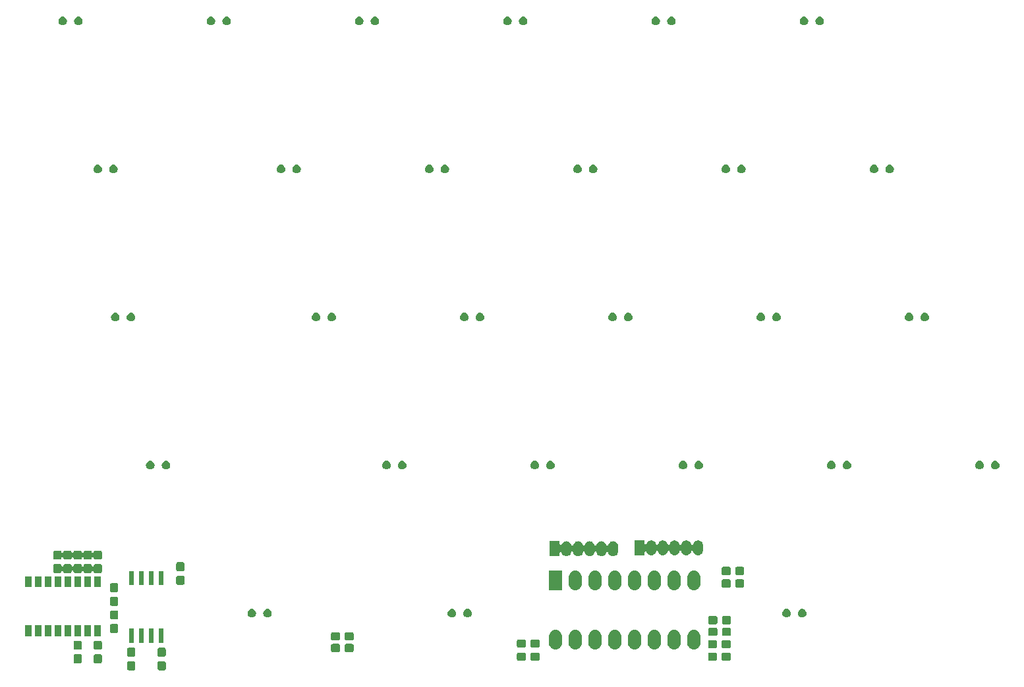
<source format=gbr>
G04 #@! TF.GenerationSoftware,KiCad,Pcbnew,(5.0.2)-1*
G04 #@! TF.CreationDate,2020-04-01T20:36:40+09:00*
G04 #@! TF.ProjectId,eckeyboard,65636b65-7962-46f6-9172-642e6b696361,rev?*
G04 #@! TF.SameCoordinates,Original*
G04 #@! TF.FileFunction,Soldermask,Bot*
G04 #@! TF.FilePolarity,Negative*
%FSLAX46Y46*%
G04 Gerber Fmt 4.6, Leading zero omitted, Abs format (unit mm)*
G04 Created by KiCad (PCBNEW (5.0.2)-1) date 2020/04/01 20:36:40*
%MOMM*%
%LPD*%
G01*
G04 APERTURE LIST*
%ADD10C,0.100000*%
G04 APERTURE END LIST*
D10*
G36*
X62064499Y-132403445D02*
X62101993Y-132414819D01*
X62136557Y-132433294D01*
X62166847Y-132458153D01*
X62191706Y-132488443D01*
X62210181Y-132523007D01*
X62221555Y-132560501D01*
X62226000Y-132605638D01*
X62226000Y-133344362D01*
X62221555Y-133389499D01*
X62210181Y-133426993D01*
X62191706Y-133461557D01*
X62166847Y-133491847D01*
X62136557Y-133516706D01*
X62101993Y-133535181D01*
X62064499Y-133546555D01*
X62019362Y-133551000D01*
X61380638Y-133551000D01*
X61335501Y-133546555D01*
X61298007Y-133535181D01*
X61263443Y-133516706D01*
X61233153Y-133491847D01*
X61208294Y-133461557D01*
X61189819Y-133426993D01*
X61178445Y-133389499D01*
X61174000Y-133344362D01*
X61174000Y-132605638D01*
X61178445Y-132560501D01*
X61189819Y-132523007D01*
X61208294Y-132488443D01*
X61233153Y-132458153D01*
X61263443Y-132433294D01*
X61298007Y-132414819D01*
X61335501Y-132403445D01*
X61380638Y-132399000D01*
X62019362Y-132399000D01*
X62064499Y-132403445D01*
X62064499Y-132403445D01*
G37*
G36*
X58164499Y-132403445D02*
X58201993Y-132414819D01*
X58236557Y-132433294D01*
X58266847Y-132458153D01*
X58291706Y-132488443D01*
X58310181Y-132523007D01*
X58321555Y-132560501D01*
X58326000Y-132605638D01*
X58326000Y-133344362D01*
X58321555Y-133389499D01*
X58310181Y-133426993D01*
X58291706Y-133461557D01*
X58266847Y-133491847D01*
X58236557Y-133516706D01*
X58201993Y-133535181D01*
X58164499Y-133546555D01*
X58119362Y-133551000D01*
X57480638Y-133551000D01*
X57435501Y-133546555D01*
X57398007Y-133535181D01*
X57363443Y-133516706D01*
X57333153Y-133491847D01*
X57308294Y-133461557D01*
X57289819Y-133426993D01*
X57278445Y-133389499D01*
X57274000Y-133344362D01*
X57274000Y-132605638D01*
X57278445Y-132560501D01*
X57289819Y-132523007D01*
X57308294Y-132488443D01*
X57333153Y-132458153D01*
X57363443Y-132433294D01*
X57398007Y-132414819D01*
X57435501Y-132403445D01*
X57480638Y-132399000D01*
X58119362Y-132399000D01*
X58164499Y-132403445D01*
X58164499Y-132403445D01*
G37*
G36*
X51264499Y-131503445D02*
X51301993Y-131514819D01*
X51336557Y-131533294D01*
X51366847Y-131558153D01*
X51391706Y-131588443D01*
X51410181Y-131623007D01*
X51421555Y-131660501D01*
X51426000Y-131705638D01*
X51426000Y-132444362D01*
X51421555Y-132489499D01*
X51410181Y-132526993D01*
X51391706Y-132561557D01*
X51366847Y-132591847D01*
X51336557Y-132616706D01*
X51301993Y-132635181D01*
X51264499Y-132646555D01*
X51219362Y-132651000D01*
X50580638Y-132651000D01*
X50535501Y-132646555D01*
X50498007Y-132635181D01*
X50463443Y-132616706D01*
X50433153Y-132591847D01*
X50408294Y-132561557D01*
X50389819Y-132526993D01*
X50378445Y-132489499D01*
X50374000Y-132444362D01*
X50374000Y-131705638D01*
X50378445Y-131660501D01*
X50389819Y-131623007D01*
X50408294Y-131588443D01*
X50433153Y-131558153D01*
X50463443Y-131533294D01*
X50498007Y-131514819D01*
X50535501Y-131503445D01*
X50580638Y-131499000D01*
X51219362Y-131499000D01*
X51264499Y-131503445D01*
X51264499Y-131503445D01*
G37*
G36*
X53864499Y-131503445D02*
X53901993Y-131514819D01*
X53936557Y-131533294D01*
X53966847Y-131558153D01*
X53991706Y-131588443D01*
X54010181Y-131623007D01*
X54021555Y-131660501D01*
X54026000Y-131705638D01*
X54026000Y-132444362D01*
X54021555Y-132489499D01*
X54010181Y-132526993D01*
X53991706Y-132561557D01*
X53966847Y-132591847D01*
X53936557Y-132616706D01*
X53901993Y-132635181D01*
X53864499Y-132646555D01*
X53819362Y-132651000D01*
X53180638Y-132651000D01*
X53135501Y-132646555D01*
X53098007Y-132635181D01*
X53063443Y-132616706D01*
X53033153Y-132591847D01*
X53008294Y-132561557D01*
X52989819Y-132526993D01*
X52978445Y-132489499D01*
X52974000Y-132444362D01*
X52974000Y-131705638D01*
X52978445Y-131660501D01*
X52989819Y-131623007D01*
X53008294Y-131588443D01*
X53033153Y-131558153D01*
X53063443Y-131533294D01*
X53098007Y-131514819D01*
X53135501Y-131503445D01*
X53180638Y-131499000D01*
X53819362Y-131499000D01*
X53864499Y-131503445D01*
X53864499Y-131503445D01*
G37*
G36*
X134651902Y-131278445D02*
X134689396Y-131289819D01*
X134723960Y-131308294D01*
X134754250Y-131333153D01*
X134779109Y-131363443D01*
X134797584Y-131398007D01*
X134808958Y-131435501D01*
X134813403Y-131480638D01*
X134813403Y-132119362D01*
X134808958Y-132164499D01*
X134797584Y-132201993D01*
X134779109Y-132236557D01*
X134754250Y-132266847D01*
X134723960Y-132291706D01*
X134689396Y-132310181D01*
X134651902Y-132321555D01*
X134606765Y-132326000D01*
X133868041Y-132326000D01*
X133822904Y-132321555D01*
X133785410Y-132310181D01*
X133750846Y-132291706D01*
X133720556Y-132266847D01*
X133695697Y-132236557D01*
X133677222Y-132201993D01*
X133665848Y-132164499D01*
X133661403Y-132119362D01*
X133661403Y-131480638D01*
X133665848Y-131435501D01*
X133677222Y-131398007D01*
X133695697Y-131363443D01*
X133720556Y-131333153D01*
X133750846Y-131308294D01*
X133785410Y-131289819D01*
X133822904Y-131278445D01*
X133868041Y-131274000D01*
X134606765Y-131274000D01*
X134651902Y-131278445D01*
X134651902Y-131278445D01*
G37*
G36*
X110089499Y-131278445D02*
X110126993Y-131289819D01*
X110161557Y-131308294D01*
X110191847Y-131333153D01*
X110216706Y-131363443D01*
X110235181Y-131398007D01*
X110246555Y-131435501D01*
X110251000Y-131480638D01*
X110251000Y-132119362D01*
X110246555Y-132164499D01*
X110235181Y-132201993D01*
X110216706Y-132236557D01*
X110191847Y-132266847D01*
X110161557Y-132291706D01*
X110126993Y-132310181D01*
X110089499Y-132321555D01*
X110044362Y-132326000D01*
X109305638Y-132326000D01*
X109260501Y-132321555D01*
X109223007Y-132310181D01*
X109188443Y-132291706D01*
X109158153Y-132266847D01*
X109133294Y-132236557D01*
X109114819Y-132201993D01*
X109103445Y-132164499D01*
X109099000Y-132119362D01*
X109099000Y-131480638D01*
X109103445Y-131435501D01*
X109114819Y-131398007D01*
X109133294Y-131363443D01*
X109158153Y-131333153D01*
X109188443Y-131308294D01*
X109223007Y-131289819D01*
X109260501Y-131278445D01*
X109305638Y-131274000D01*
X110044362Y-131274000D01*
X110089499Y-131278445D01*
X110089499Y-131278445D01*
G37*
G36*
X108339499Y-131278445D02*
X108376993Y-131289819D01*
X108411557Y-131308294D01*
X108441847Y-131333153D01*
X108466706Y-131363443D01*
X108485181Y-131398007D01*
X108496555Y-131435501D01*
X108501000Y-131480638D01*
X108501000Y-132119362D01*
X108496555Y-132164499D01*
X108485181Y-132201993D01*
X108466706Y-132236557D01*
X108441847Y-132266847D01*
X108411557Y-132291706D01*
X108376993Y-132310181D01*
X108339499Y-132321555D01*
X108294362Y-132326000D01*
X107555638Y-132326000D01*
X107510501Y-132321555D01*
X107473007Y-132310181D01*
X107438443Y-132291706D01*
X107408153Y-132266847D01*
X107383294Y-132236557D01*
X107364819Y-132201993D01*
X107353445Y-132164499D01*
X107349000Y-132119362D01*
X107349000Y-131480638D01*
X107353445Y-131435501D01*
X107364819Y-131398007D01*
X107383294Y-131363443D01*
X107408153Y-131333153D01*
X107438443Y-131308294D01*
X107473007Y-131289819D01*
X107510501Y-131278445D01*
X107555638Y-131274000D01*
X108294362Y-131274000D01*
X108339499Y-131278445D01*
X108339499Y-131278445D01*
G37*
G36*
X132901902Y-131278445D02*
X132939396Y-131289819D01*
X132973960Y-131308294D01*
X133004250Y-131333153D01*
X133029109Y-131363443D01*
X133047584Y-131398007D01*
X133058958Y-131435501D01*
X133063403Y-131480638D01*
X133063403Y-132119362D01*
X133058958Y-132164499D01*
X133047584Y-132201993D01*
X133029109Y-132236557D01*
X133004250Y-132266847D01*
X132973960Y-132291706D01*
X132939396Y-132310181D01*
X132901902Y-132321555D01*
X132856765Y-132326000D01*
X132118041Y-132326000D01*
X132072904Y-132321555D01*
X132035410Y-132310181D01*
X132000846Y-132291706D01*
X131970556Y-132266847D01*
X131945697Y-132236557D01*
X131927222Y-132201993D01*
X131915848Y-132164499D01*
X131911403Y-132119362D01*
X131911403Y-131480638D01*
X131915848Y-131435501D01*
X131927222Y-131398007D01*
X131945697Y-131363443D01*
X131970556Y-131333153D01*
X132000846Y-131308294D01*
X132035410Y-131289819D01*
X132072904Y-131278445D01*
X132118041Y-131274000D01*
X132856765Y-131274000D01*
X132901902Y-131278445D01*
X132901902Y-131278445D01*
G37*
G36*
X62064499Y-130653445D02*
X62101993Y-130664819D01*
X62136557Y-130683294D01*
X62166847Y-130708153D01*
X62191706Y-130738443D01*
X62210181Y-130773007D01*
X62221555Y-130810501D01*
X62226000Y-130855638D01*
X62226000Y-131594362D01*
X62221555Y-131639499D01*
X62210181Y-131676993D01*
X62191706Y-131711557D01*
X62166847Y-131741847D01*
X62136557Y-131766706D01*
X62101993Y-131785181D01*
X62064499Y-131796555D01*
X62019362Y-131801000D01*
X61380638Y-131801000D01*
X61335501Y-131796555D01*
X61298007Y-131785181D01*
X61263443Y-131766706D01*
X61233153Y-131741847D01*
X61208294Y-131711557D01*
X61189819Y-131676993D01*
X61178445Y-131639499D01*
X61174000Y-131594362D01*
X61174000Y-130855638D01*
X61178445Y-130810501D01*
X61189819Y-130773007D01*
X61208294Y-130738443D01*
X61233153Y-130708153D01*
X61263443Y-130683294D01*
X61298007Y-130664819D01*
X61335501Y-130653445D01*
X61380638Y-130649000D01*
X62019362Y-130649000D01*
X62064499Y-130653445D01*
X62064499Y-130653445D01*
G37*
G36*
X58164499Y-130653445D02*
X58201993Y-130664819D01*
X58236557Y-130683294D01*
X58266847Y-130708153D01*
X58291706Y-130738443D01*
X58310181Y-130773007D01*
X58321555Y-130810501D01*
X58326000Y-130855638D01*
X58326000Y-131594362D01*
X58321555Y-131639499D01*
X58310181Y-131676993D01*
X58291706Y-131711557D01*
X58266847Y-131741847D01*
X58236557Y-131766706D01*
X58201993Y-131785181D01*
X58164499Y-131796555D01*
X58119362Y-131801000D01*
X57480638Y-131801000D01*
X57435501Y-131796555D01*
X57398007Y-131785181D01*
X57363443Y-131766706D01*
X57333153Y-131741847D01*
X57308294Y-131711557D01*
X57289819Y-131676993D01*
X57278445Y-131639499D01*
X57274000Y-131594362D01*
X57274000Y-130855638D01*
X57278445Y-130810501D01*
X57289819Y-130773007D01*
X57308294Y-130738443D01*
X57333153Y-130708153D01*
X57363443Y-130683294D01*
X57398007Y-130664819D01*
X57435501Y-130653445D01*
X57480638Y-130649000D01*
X58119362Y-130649000D01*
X58164499Y-130653445D01*
X58164499Y-130653445D01*
G37*
G36*
X86204910Y-130163034D02*
X86242404Y-130174408D01*
X86276968Y-130192883D01*
X86307258Y-130217742D01*
X86332117Y-130248032D01*
X86350592Y-130282596D01*
X86361966Y-130320090D01*
X86366411Y-130365227D01*
X86366411Y-131003951D01*
X86361966Y-131049088D01*
X86350592Y-131086582D01*
X86332117Y-131121146D01*
X86307258Y-131151436D01*
X86276968Y-131176295D01*
X86242404Y-131194770D01*
X86204910Y-131206144D01*
X86159773Y-131210589D01*
X85421049Y-131210589D01*
X85375912Y-131206144D01*
X85338418Y-131194770D01*
X85303854Y-131176295D01*
X85273564Y-131151436D01*
X85248705Y-131121146D01*
X85230230Y-131086582D01*
X85218856Y-131049088D01*
X85214411Y-131003951D01*
X85214411Y-130365227D01*
X85218856Y-130320090D01*
X85230230Y-130282596D01*
X85248705Y-130248032D01*
X85273564Y-130217742D01*
X85303854Y-130192883D01*
X85338418Y-130174408D01*
X85375912Y-130163034D01*
X85421049Y-130158589D01*
X86159773Y-130158589D01*
X86204910Y-130163034D01*
X86204910Y-130163034D01*
G37*
G36*
X84454910Y-130163034D02*
X84492404Y-130174408D01*
X84526968Y-130192883D01*
X84557258Y-130217742D01*
X84582117Y-130248032D01*
X84600592Y-130282596D01*
X84611966Y-130320090D01*
X84616411Y-130365227D01*
X84616411Y-131003951D01*
X84611966Y-131049088D01*
X84600592Y-131086582D01*
X84582117Y-131121146D01*
X84557258Y-131151436D01*
X84526968Y-131176295D01*
X84492404Y-131194770D01*
X84454910Y-131206144D01*
X84409773Y-131210589D01*
X83671049Y-131210589D01*
X83625912Y-131206144D01*
X83588418Y-131194770D01*
X83553854Y-131176295D01*
X83523564Y-131151436D01*
X83498705Y-131121146D01*
X83480230Y-131086582D01*
X83468856Y-131049088D01*
X83464411Y-131003951D01*
X83464411Y-130365227D01*
X83468856Y-130320090D01*
X83480230Y-130282596D01*
X83498705Y-130248032D01*
X83523564Y-130217742D01*
X83553854Y-130192883D01*
X83588418Y-130174408D01*
X83625912Y-130163034D01*
X83671049Y-130158589D01*
X84409773Y-130158589D01*
X84454910Y-130163034D01*
X84454910Y-130163034D01*
G37*
G36*
X53864499Y-129753445D02*
X53901993Y-129764819D01*
X53936557Y-129783294D01*
X53966847Y-129808153D01*
X53991706Y-129838443D01*
X54010181Y-129873007D01*
X54021555Y-129910501D01*
X54026000Y-129955638D01*
X54026000Y-130694362D01*
X54021555Y-130739499D01*
X54010181Y-130776993D01*
X53991706Y-130811557D01*
X53966847Y-130841847D01*
X53936557Y-130866706D01*
X53901993Y-130885181D01*
X53864499Y-130896555D01*
X53819362Y-130901000D01*
X53180638Y-130901000D01*
X53135501Y-130896555D01*
X53098007Y-130885181D01*
X53063443Y-130866706D01*
X53033153Y-130841847D01*
X53008294Y-130811557D01*
X52989819Y-130776993D01*
X52978445Y-130739499D01*
X52974000Y-130694362D01*
X52974000Y-129955638D01*
X52978445Y-129910501D01*
X52989819Y-129873007D01*
X53008294Y-129838443D01*
X53033153Y-129808153D01*
X53063443Y-129783294D01*
X53098007Y-129764819D01*
X53135501Y-129753445D01*
X53180638Y-129749000D01*
X53819362Y-129749000D01*
X53864499Y-129753445D01*
X53864499Y-129753445D01*
G37*
G36*
X51264499Y-129753445D02*
X51301993Y-129764819D01*
X51336557Y-129783294D01*
X51366847Y-129808153D01*
X51391706Y-129838443D01*
X51410181Y-129873007D01*
X51421555Y-129910501D01*
X51426000Y-129955638D01*
X51426000Y-130694362D01*
X51421555Y-130739499D01*
X51410181Y-130776993D01*
X51391706Y-130811557D01*
X51366847Y-130841847D01*
X51336557Y-130866706D01*
X51301993Y-130885181D01*
X51264499Y-130896555D01*
X51219362Y-130901000D01*
X50580638Y-130901000D01*
X50535501Y-130896555D01*
X50498007Y-130885181D01*
X50463443Y-130866706D01*
X50433153Y-130841847D01*
X50408294Y-130811557D01*
X50389819Y-130776993D01*
X50378445Y-130739499D01*
X50374000Y-130694362D01*
X50374000Y-129955638D01*
X50378445Y-129910501D01*
X50389819Y-129873007D01*
X50408294Y-129838443D01*
X50433153Y-129808153D01*
X50463443Y-129783294D01*
X50498007Y-129764819D01*
X50535501Y-129753445D01*
X50580638Y-129749000D01*
X51219362Y-129749000D01*
X51264499Y-129753445D01*
X51264499Y-129753445D01*
G37*
G36*
X112466821Y-128381313D02*
X112466824Y-128381314D01*
X112466825Y-128381314D01*
X112627239Y-128429975D01*
X112627241Y-128429976D01*
X112627244Y-128429977D01*
X112775078Y-128508995D01*
X112904659Y-128615341D01*
X113011005Y-128744922D01*
X113090023Y-128892756D01*
X113090024Y-128892759D01*
X113090025Y-128892761D01*
X113138686Y-129053175D01*
X113138686Y-129053178D01*
X113138687Y-129053180D01*
X113151000Y-129178197D01*
X113151000Y-130061804D01*
X113138687Y-130186821D01*
X113138686Y-130186824D01*
X113138686Y-130186825D01*
X113098002Y-130320943D01*
X113090023Y-130347244D01*
X113011005Y-130495078D01*
X112904659Y-130624659D01*
X112775078Y-130731005D01*
X112627243Y-130810023D01*
X112627240Y-130810024D01*
X112627238Y-130810025D01*
X112466824Y-130858686D01*
X112466823Y-130858686D01*
X112466820Y-130858687D01*
X112300000Y-130875117D01*
X112133179Y-130858687D01*
X112133176Y-130858686D01*
X112133175Y-130858686D01*
X111972761Y-130810025D01*
X111972759Y-130810024D01*
X111972756Y-130810023D01*
X111824922Y-130731005D01*
X111695341Y-130624659D01*
X111588995Y-130495078D01*
X111509977Y-130347243D01*
X111479882Y-130248032D01*
X111461314Y-130186824D01*
X111461314Y-130186823D01*
X111461313Y-130186820D01*
X111449000Y-130061803D01*
X111449000Y-129178197D01*
X111461314Y-129053179D01*
X111466356Y-129036557D01*
X111509976Y-128892761D01*
X111509977Y-128892759D01*
X111509978Y-128892756D01*
X111588996Y-128744922D01*
X111695342Y-128615341D01*
X111824923Y-128508995D01*
X111972757Y-128429977D01*
X111972760Y-128429976D01*
X111972762Y-128429975D01*
X112133176Y-128381314D01*
X112133177Y-128381314D01*
X112133180Y-128381313D01*
X112300000Y-128364883D01*
X112466821Y-128381313D01*
X112466821Y-128381313D01*
G37*
G36*
X115006821Y-128381313D02*
X115006824Y-128381314D01*
X115006825Y-128381314D01*
X115167239Y-128429975D01*
X115167241Y-128429976D01*
X115167244Y-128429977D01*
X115315078Y-128508995D01*
X115444659Y-128615341D01*
X115551005Y-128744922D01*
X115630023Y-128892756D01*
X115630024Y-128892759D01*
X115630025Y-128892761D01*
X115678686Y-129053175D01*
X115678686Y-129053178D01*
X115678687Y-129053180D01*
X115691000Y-129178197D01*
X115691000Y-130061804D01*
X115678687Y-130186821D01*
X115678686Y-130186824D01*
X115678686Y-130186825D01*
X115638002Y-130320943D01*
X115630023Y-130347244D01*
X115551005Y-130495078D01*
X115444659Y-130624659D01*
X115315078Y-130731005D01*
X115167243Y-130810023D01*
X115167240Y-130810024D01*
X115167238Y-130810025D01*
X115006824Y-130858686D01*
X115006823Y-130858686D01*
X115006820Y-130858687D01*
X114840000Y-130875117D01*
X114673179Y-130858687D01*
X114673176Y-130858686D01*
X114673175Y-130858686D01*
X114512761Y-130810025D01*
X114512759Y-130810024D01*
X114512756Y-130810023D01*
X114364922Y-130731005D01*
X114235341Y-130624659D01*
X114128995Y-130495078D01*
X114049977Y-130347243D01*
X114019882Y-130248032D01*
X114001314Y-130186824D01*
X114001314Y-130186823D01*
X114001313Y-130186820D01*
X113989000Y-130061803D01*
X113989000Y-129178197D01*
X114001314Y-129053179D01*
X114006356Y-129036557D01*
X114049976Y-128892761D01*
X114049977Y-128892759D01*
X114049978Y-128892756D01*
X114128996Y-128744922D01*
X114235342Y-128615341D01*
X114364923Y-128508995D01*
X114512757Y-128429977D01*
X114512760Y-128429976D01*
X114512762Y-128429975D01*
X114673176Y-128381314D01*
X114673177Y-128381314D01*
X114673180Y-128381313D01*
X114840000Y-128364883D01*
X115006821Y-128381313D01*
X115006821Y-128381313D01*
G37*
G36*
X117546821Y-128381313D02*
X117546824Y-128381314D01*
X117546825Y-128381314D01*
X117707239Y-128429975D01*
X117707241Y-128429976D01*
X117707244Y-128429977D01*
X117855078Y-128508995D01*
X117984659Y-128615341D01*
X118091005Y-128744922D01*
X118170023Y-128892756D01*
X118170024Y-128892759D01*
X118170025Y-128892761D01*
X118218686Y-129053175D01*
X118218686Y-129053178D01*
X118218687Y-129053180D01*
X118231000Y-129178197D01*
X118231000Y-130061804D01*
X118218687Y-130186821D01*
X118218686Y-130186824D01*
X118218686Y-130186825D01*
X118178002Y-130320943D01*
X118170023Y-130347244D01*
X118091005Y-130495078D01*
X117984659Y-130624659D01*
X117855078Y-130731005D01*
X117707243Y-130810023D01*
X117707240Y-130810024D01*
X117707238Y-130810025D01*
X117546824Y-130858686D01*
X117546823Y-130858686D01*
X117546820Y-130858687D01*
X117380000Y-130875117D01*
X117213179Y-130858687D01*
X117213176Y-130858686D01*
X117213175Y-130858686D01*
X117052761Y-130810025D01*
X117052759Y-130810024D01*
X117052756Y-130810023D01*
X116904922Y-130731005D01*
X116775341Y-130624659D01*
X116668995Y-130495078D01*
X116589977Y-130347243D01*
X116559882Y-130248032D01*
X116541314Y-130186824D01*
X116541314Y-130186823D01*
X116541313Y-130186820D01*
X116529000Y-130061803D01*
X116529000Y-129178197D01*
X116541314Y-129053179D01*
X116546356Y-129036557D01*
X116589976Y-128892761D01*
X116589977Y-128892759D01*
X116589978Y-128892756D01*
X116668996Y-128744922D01*
X116775342Y-128615341D01*
X116904923Y-128508995D01*
X117052757Y-128429977D01*
X117052760Y-128429976D01*
X117052762Y-128429975D01*
X117213176Y-128381314D01*
X117213177Y-128381314D01*
X117213180Y-128381313D01*
X117380000Y-128364883D01*
X117546821Y-128381313D01*
X117546821Y-128381313D01*
G37*
G36*
X120086821Y-128381313D02*
X120086824Y-128381314D01*
X120086825Y-128381314D01*
X120247239Y-128429975D01*
X120247241Y-128429976D01*
X120247244Y-128429977D01*
X120395078Y-128508995D01*
X120524659Y-128615341D01*
X120631005Y-128744922D01*
X120710023Y-128892756D01*
X120710024Y-128892759D01*
X120710025Y-128892761D01*
X120758686Y-129053175D01*
X120758686Y-129053178D01*
X120758687Y-129053180D01*
X120771000Y-129178197D01*
X120771000Y-130061804D01*
X120758687Y-130186821D01*
X120758686Y-130186824D01*
X120758686Y-130186825D01*
X120718002Y-130320943D01*
X120710023Y-130347244D01*
X120631005Y-130495078D01*
X120524659Y-130624659D01*
X120395078Y-130731005D01*
X120247243Y-130810023D01*
X120247240Y-130810024D01*
X120247238Y-130810025D01*
X120086824Y-130858686D01*
X120086823Y-130858686D01*
X120086820Y-130858687D01*
X119920000Y-130875117D01*
X119753179Y-130858687D01*
X119753176Y-130858686D01*
X119753175Y-130858686D01*
X119592761Y-130810025D01*
X119592759Y-130810024D01*
X119592756Y-130810023D01*
X119444922Y-130731005D01*
X119315341Y-130624659D01*
X119208995Y-130495078D01*
X119129977Y-130347243D01*
X119099882Y-130248032D01*
X119081314Y-130186824D01*
X119081314Y-130186823D01*
X119081313Y-130186820D01*
X119069000Y-130061803D01*
X119069000Y-129178197D01*
X119081314Y-129053179D01*
X119086356Y-129036557D01*
X119129976Y-128892761D01*
X119129977Y-128892759D01*
X119129978Y-128892756D01*
X119208996Y-128744922D01*
X119315342Y-128615341D01*
X119444923Y-128508995D01*
X119592757Y-128429977D01*
X119592760Y-128429976D01*
X119592762Y-128429975D01*
X119753176Y-128381314D01*
X119753177Y-128381314D01*
X119753180Y-128381313D01*
X119920000Y-128364883D01*
X120086821Y-128381313D01*
X120086821Y-128381313D01*
G37*
G36*
X122626821Y-128381313D02*
X122626824Y-128381314D01*
X122626825Y-128381314D01*
X122787239Y-128429975D01*
X122787241Y-128429976D01*
X122787244Y-128429977D01*
X122935078Y-128508995D01*
X123064659Y-128615341D01*
X123171005Y-128744922D01*
X123250023Y-128892756D01*
X123250024Y-128892759D01*
X123250025Y-128892761D01*
X123298686Y-129053175D01*
X123298686Y-129053178D01*
X123298687Y-129053180D01*
X123311000Y-129178197D01*
X123311000Y-130061804D01*
X123298687Y-130186821D01*
X123298686Y-130186824D01*
X123298686Y-130186825D01*
X123258002Y-130320943D01*
X123250023Y-130347244D01*
X123171005Y-130495078D01*
X123064659Y-130624659D01*
X122935078Y-130731005D01*
X122787243Y-130810023D01*
X122787240Y-130810024D01*
X122787238Y-130810025D01*
X122626824Y-130858686D01*
X122626823Y-130858686D01*
X122626820Y-130858687D01*
X122460000Y-130875117D01*
X122293179Y-130858687D01*
X122293176Y-130858686D01*
X122293175Y-130858686D01*
X122132761Y-130810025D01*
X122132759Y-130810024D01*
X122132756Y-130810023D01*
X121984922Y-130731005D01*
X121855341Y-130624659D01*
X121748995Y-130495078D01*
X121669977Y-130347243D01*
X121639882Y-130248032D01*
X121621314Y-130186824D01*
X121621314Y-130186823D01*
X121621313Y-130186820D01*
X121609000Y-130061803D01*
X121609000Y-129178197D01*
X121621314Y-129053179D01*
X121626356Y-129036557D01*
X121669976Y-128892761D01*
X121669977Y-128892759D01*
X121669978Y-128892756D01*
X121748996Y-128744922D01*
X121855342Y-128615341D01*
X121984923Y-128508995D01*
X122132757Y-128429977D01*
X122132760Y-128429976D01*
X122132762Y-128429975D01*
X122293176Y-128381314D01*
X122293177Y-128381314D01*
X122293180Y-128381313D01*
X122460000Y-128364883D01*
X122626821Y-128381313D01*
X122626821Y-128381313D01*
G37*
G36*
X125166821Y-128381313D02*
X125166824Y-128381314D01*
X125166825Y-128381314D01*
X125327239Y-128429975D01*
X125327241Y-128429976D01*
X125327244Y-128429977D01*
X125475078Y-128508995D01*
X125604659Y-128615341D01*
X125711005Y-128744922D01*
X125790023Y-128892756D01*
X125790024Y-128892759D01*
X125790025Y-128892761D01*
X125838686Y-129053175D01*
X125838686Y-129053178D01*
X125838687Y-129053180D01*
X125851000Y-129178197D01*
X125851000Y-130061804D01*
X125838687Y-130186821D01*
X125838686Y-130186824D01*
X125838686Y-130186825D01*
X125798002Y-130320943D01*
X125790023Y-130347244D01*
X125711005Y-130495078D01*
X125604659Y-130624659D01*
X125475078Y-130731005D01*
X125327243Y-130810023D01*
X125327240Y-130810024D01*
X125327238Y-130810025D01*
X125166824Y-130858686D01*
X125166823Y-130858686D01*
X125166820Y-130858687D01*
X125000000Y-130875117D01*
X124833179Y-130858687D01*
X124833176Y-130858686D01*
X124833175Y-130858686D01*
X124672761Y-130810025D01*
X124672759Y-130810024D01*
X124672756Y-130810023D01*
X124524922Y-130731005D01*
X124395341Y-130624659D01*
X124288995Y-130495078D01*
X124209977Y-130347243D01*
X124179882Y-130248032D01*
X124161314Y-130186824D01*
X124161314Y-130186823D01*
X124161313Y-130186820D01*
X124149000Y-130061803D01*
X124149000Y-129178197D01*
X124161314Y-129053179D01*
X124166356Y-129036557D01*
X124209976Y-128892761D01*
X124209977Y-128892759D01*
X124209978Y-128892756D01*
X124288996Y-128744922D01*
X124395342Y-128615341D01*
X124524923Y-128508995D01*
X124672757Y-128429977D01*
X124672760Y-128429976D01*
X124672762Y-128429975D01*
X124833176Y-128381314D01*
X124833177Y-128381314D01*
X124833180Y-128381313D01*
X125000000Y-128364883D01*
X125166821Y-128381313D01*
X125166821Y-128381313D01*
G37*
G36*
X130246821Y-128381313D02*
X130246824Y-128381314D01*
X130246825Y-128381314D01*
X130407239Y-128429975D01*
X130407241Y-128429976D01*
X130407244Y-128429977D01*
X130555078Y-128508995D01*
X130684659Y-128615341D01*
X130791005Y-128744922D01*
X130870023Y-128892756D01*
X130870024Y-128892759D01*
X130870025Y-128892761D01*
X130918686Y-129053175D01*
X130918686Y-129053178D01*
X130918687Y-129053180D01*
X130931000Y-129178197D01*
X130931000Y-130061804D01*
X130918687Y-130186821D01*
X130918686Y-130186824D01*
X130918686Y-130186825D01*
X130878002Y-130320943D01*
X130870023Y-130347244D01*
X130791005Y-130495078D01*
X130684659Y-130624659D01*
X130555078Y-130731005D01*
X130407243Y-130810023D01*
X130407240Y-130810024D01*
X130407238Y-130810025D01*
X130246824Y-130858686D01*
X130246823Y-130858686D01*
X130246820Y-130858687D01*
X130080000Y-130875117D01*
X129913179Y-130858687D01*
X129913176Y-130858686D01*
X129913175Y-130858686D01*
X129752761Y-130810025D01*
X129752759Y-130810024D01*
X129752756Y-130810023D01*
X129604922Y-130731005D01*
X129475341Y-130624659D01*
X129368995Y-130495078D01*
X129289977Y-130347243D01*
X129259882Y-130248032D01*
X129241314Y-130186824D01*
X129241314Y-130186823D01*
X129241313Y-130186820D01*
X129229000Y-130061803D01*
X129229000Y-129178197D01*
X129241314Y-129053179D01*
X129246356Y-129036557D01*
X129289976Y-128892761D01*
X129289977Y-128892759D01*
X129289978Y-128892756D01*
X129368996Y-128744922D01*
X129475342Y-128615341D01*
X129604923Y-128508995D01*
X129752757Y-128429977D01*
X129752760Y-128429976D01*
X129752762Y-128429975D01*
X129913176Y-128381314D01*
X129913177Y-128381314D01*
X129913180Y-128381313D01*
X130080000Y-128364883D01*
X130246821Y-128381313D01*
X130246821Y-128381313D01*
G37*
G36*
X127706821Y-128381313D02*
X127706824Y-128381314D01*
X127706825Y-128381314D01*
X127867239Y-128429975D01*
X127867241Y-128429976D01*
X127867244Y-128429977D01*
X128015078Y-128508995D01*
X128144659Y-128615341D01*
X128251005Y-128744922D01*
X128330023Y-128892756D01*
X128330024Y-128892759D01*
X128330025Y-128892761D01*
X128378686Y-129053175D01*
X128378686Y-129053178D01*
X128378687Y-129053180D01*
X128391000Y-129178197D01*
X128391000Y-130061804D01*
X128378687Y-130186821D01*
X128378686Y-130186824D01*
X128378686Y-130186825D01*
X128338002Y-130320943D01*
X128330023Y-130347244D01*
X128251005Y-130495078D01*
X128144659Y-130624659D01*
X128015078Y-130731005D01*
X127867243Y-130810023D01*
X127867240Y-130810024D01*
X127867238Y-130810025D01*
X127706824Y-130858686D01*
X127706823Y-130858686D01*
X127706820Y-130858687D01*
X127540000Y-130875117D01*
X127373179Y-130858687D01*
X127373176Y-130858686D01*
X127373175Y-130858686D01*
X127212761Y-130810025D01*
X127212759Y-130810024D01*
X127212756Y-130810023D01*
X127064922Y-130731005D01*
X126935341Y-130624659D01*
X126828995Y-130495078D01*
X126749977Y-130347243D01*
X126719882Y-130248032D01*
X126701314Y-130186824D01*
X126701314Y-130186823D01*
X126701313Y-130186820D01*
X126689000Y-130061803D01*
X126689000Y-129178197D01*
X126701314Y-129053179D01*
X126706356Y-129036557D01*
X126749976Y-128892761D01*
X126749977Y-128892759D01*
X126749978Y-128892756D01*
X126828996Y-128744922D01*
X126935342Y-128615341D01*
X127064923Y-128508995D01*
X127212757Y-128429977D01*
X127212760Y-128429976D01*
X127212762Y-128429975D01*
X127373176Y-128381314D01*
X127373177Y-128381314D01*
X127373180Y-128381313D01*
X127540000Y-128364883D01*
X127706821Y-128381313D01*
X127706821Y-128381313D01*
G37*
G36*
X132901902Y-129675994D02*
X132939396Y-129687368D01*
X132973960Y-129705843D01*
X133004250Y-129730702D01*
X133029109Y-129760992D01*
X133047584Y-129795556D01*
X133058958Y-129833050D01*
X133063403Y-129878187D01*
X133063403Y-130516911D01*
X133058958Y-130562048D01*
X133047584Y-130599542D01*
X133029109Y-130634106D01*
X133004250Y-130664396D01*
X132973960Y-130689255D01*
X132939396Y-130707730D01*
X132901902Y-130719104D01*
X132856765Y-130723549D01*
X132118041Y-130723549D01*
X132072904Y-130719104D01*
X132035410Y-130707730D01*
X132000846Y-130689255D01*
X131970556Y-130664396D01*
X131945697Y-130634106D01*
X131927222Y-130599542D01*
X131915848Y-130562048D01*
X131911403Y-130516911D01*
X131911403Y-129878187D01*
X131915848Y-129833050D01*
X131927222Y-129795556D01*
X131945697Y-129760992D01*
X131970556Y-129730702D01*
X132000846Y-129705843D01*
X132035410Y-129687368D01*
X132072904Y-129675994D01*
X132118041Y-129671549D01*
X132856765Y-129671549D01*
X132901902Y-129675994D01*
X132901902Y-129675994D01*
G37*
G36*
X134651902Y-129675994D02*
X134689396Y-129687368D01*
X134723960Y-129705843D01*
X134754250Y-129730702D01*
X134779109Y-129760992D01*
X134797584Y-129795556D01*
X134808958Y-129833050D01*
X134813403Y-129878187D01*
X134813403Y-130516911D01*
X134808958Y-130562048D01*
X134797584Y-130599542D01*
X134779109Y-130634106D01*
X134754250Y-130664396D01*
X134723960Y-130689255D01*
X134689396Y-130707730D01*
X134651902Y-130719104D01*
X134606765Y-130723549D01*
X133868041Y-130723549D01*
X133822904Y-130719104D01*
X133785410Y-130707730D01*
X133750846Y-130689255D01*
X133720556Y-130664396D01*
X133695697Y-130634106D01*
X133677222Y-130599542D01*
X133665848Y-130562048D01*
X133661403Y-130516911D01*
X133661403Y-129878187D01*
X133665848Y-129833050D01*
X133677222Y-129795556D01*
X133695697Y-129760992D01*
X133720556Y-129730702D01*
X133750846Y-129705843D01*
X133785410Y-129687368D01*
X133822904Y-129675994D01*
X133868041Y-129671549D01*
X134606765Y-129671549D01*
X134651902Y-129675994D01*
X134651902Y-129675994D01*
G37*
G36*
X108339499Y-129578445D02*
X108376993Y-129589819D01*
X108411557Y-129608294D01*
X108441847Y-129633153D01*
X108466706Y-129663443D01*
X108485181Y-129698007D01*
X108496555Y-129735501D01*
X108501000Y-129780638D01*
X108501000Y-130419362D01*
X108496555Y-130464499D01*
X108485181Y-130501993D01*
X108466706Y-130536557D01*
X108441847Y-130566847D01*
X108411557Y-130591706D01*
X108376993Y-130610181D01*
X108339499Y-130621555D01*
X108294362Y-130626000D01*
X107555638Y-130626000D01*
X107510501Y-130621555D01*
X107473007Y-130610181D01*
X107438443Y-130591706D01*
X107408153Y-130566847D01*
X107383294Y-130536557D01*
X107364819Y-130501993D01*
X107353445Y-130464499D01*
X107349000Y-130419362D01*
X107349000Y-129780638D01*
X107353445Y-129735501D01*
X107364819Y-129698007D01*
X107383294Y-129663443D01*
X107408153Y-129633153D01*
X107438443Y-129608294D01*
X107473007Y-129589819D01*
X107510501Y-129578445D01*
X107555638Y-129574000D01*
X108294362Y-129574000D01*
X108339499Y-129578445D01*
X108339499Y-129578445D01*
G37*
G36*
X110089499Y-129578445D02*
X110126993Y-129589819D01*
X110161557Y-129608294D01*
X110191847Y-129633153D01*
X110216706Y-129663443D01*
X110235181Y-129698007D01*
X110246555Y-129735501D01*
X110251000Y-129780638D01*
X110251000Y-130419362D01*
X110246555Y-130464499D01*
X110235181Y-130501993D01*
X110216706Y-130536557D01*
X110191847Y-130566847D01*
X110161557Y-130591706D01*
X110126993Y-130610181D01*
X110089499Y-130621555D01*
X110044362Y-130626000D01*
X109305638Y-130626000D01*
X109260501Y-130621555D01*
X109223007Y-130610181D01*
X109188443Y-130591706D01*
X109158153Y-130566847D01*
X109133294Y-130536557D01*
X109114819Y-130501993D01*
X109103445Y-130464499D01*
X109099000Y-130419362D01*
X109099000Y-129780638D01*
X109103445Y-129735501D01*
X109114819Y-129698007D01*
X109133294Y-129663443D01*
X109158153Y-129633153D01*
X109188443Y-129608294D01*
X109223007Y-129589819D01*
X109260501Y-129578445D01*
X109305638Y-129574000D01*
X110044362Y-129574000D01*
X110089499Y-129578445D01*
X110089499Y-129578445D01*
G37*
G36*
X61965514Y-130018137D02*
X61313514Y-130018137D01*
X61313514Y-128166137D01*
X61965514Y-128166137D01*
X61965514Y-130018137D01*
X61965514Y-130018137D01*
G37*
G36*
X59425514Y-130018137D02*
X58773514Y-130018137D01*
X58773514Y-128166137D01*
X59425514Y-128166137D01*
X59425514Y-130018137D01*
X59425514Y-130018137D01*
G37*
G36*
X58155514Y-130018137D02*
X57503514Y-130018137D01*
X57503514Y-128166137D01*
X58155514Y-128166137D01*
X58155514Y-130018137D01*
X58155514Y-130018137D01*
G37*
G36*
X60695514Y-130018137D02*
X60043514Y-130018137D01*
X60043514Y-128166137D01*
X60695514Y-128166137D01*
X60695514Y-130018137D01*
X60695514Y-130018137D01*
G37*
G36*
X86204910Y-128663034D02*
X86242404Y-128674408D01*
X86276968Y-128692883D01*
X86307258Y-128717742D01*
X86332117Y-128748032D01*
X86350592Y-128782596D01*
X86361966Y-128820090D01*
X86366411Y-128865227D01*
X86366411Y-129503951D01*
X86361966Y-129549088D01*
X86350592Y-129586582D01*
X86332117Y-129621146D01*
X86307258Y-129651436D01*
X86276968Y-129676295D01*
X86242404Y-129694770D01*
X86204910Y-129706144D01*
X86159773Y-129710589D01*
X85421049Y-129710589D01*
X85375912Y-129706144D01*
X85338418Y-129694770D01*
X85303854Y-129676295D01*
X85273564Y-129651436D01*
X85248705Y-129621146D01*
X85230230Y-129586582D01*
X85218856Y-129549088D01*
X85214411Y-129503951D01*
X85214411Y-128865227D01*
X85218856Y-128820090D01*
X85230230Y-128782596D01*
X85248705Y-128748032D01*
X85273564Y-128717742D01*
X85303854Y-128692883D01*
X85338418Y-128674408D01*
X85375912Y-128663034D01*
X85421049Y-128658589D01*
X86159773Y-128658589D01*
X86204910Y-128663034D01*
X86204910Y-128663034D01*
G37*
G36*
X84454910Y-128663034D02*
X84492404Y-128674408D01*
X84526968Y-128692883D01*
X84557258Y-128717742D01*
X84582117Y-128748032D01*
X84600592Y-128782596D01*
X84611966Y-128820090D01*
X84616411Y-128865227D01*
X84616411Y-129503951D01*
X84611966Y-129549088D01*
X84600592Y-129586582D01*
X84582117Y-129621146D01*
X84557258Y-129651436D01*
X84526968Y-129676295D01*
X84492404Y-129694770D01*
X84454910Y-129706144D01*
X84409773Y-129710589D01*
X83671049Y-129710589D01*
X83625912Y-129706144D01*
X83588418Y-129694770D01*
X83553854Y-129676295D01*
X83523564Y-129651436D01*
X83498705Y-129621146D01*
X83480230Y-129586582D01*
X83468856Y-129549088D01*
X83464411Y-129503951D01*
X83464411Y-128865227D01*
X83468856Y-128820090D01*
X83480230Y-128782596D01*
X83498705Y-128748032D01*
X83523564Y-128717742D01*
X83553854Y-128692883D01*
X83588418Y-128674408D01*
X83625912Y-128663034D01*
X83671049Y-128658589D01*
X84409773Y-128658589D01*
X84454910Y-128663034D01*
X84454910Y-128663034D01*
G37*
G36*
X46295677Y-129160650D02*
X45393677Y-129160650D01*
X45393677Y-127758650D01*
X46295677Y-127758650D01*
X46295677Y-129160650D01*
X46295677Y-129160650D01*
G37*
G36*
X53915677Y-129160650D02*
X53013677Y-129160650D01*
X53013677Y-127758650D01*
X53915677Y-127758650D01*
X53915677Y-129160650D01*
X53915677Y-129160650D01*
G37*
G36*
X52635677Y-129160650D02*
X51733677Y-129160650D01*
X51733677Y-127758650D01*
X52635677Y-127758650D01*
X52635677Y-129160650D01*
X52635677Y-129160650D01*
G37*
G36*
X51375677Y-129160650D02*
X50473677Y-129160650D01*
X50473677Y-127758650D01*
X51375677Y-127758650D01*
X51375677Y-129160650D01*
X51375677Y-129160650D01*
G37*
G36*
X50105677Y-129160650D02*
X49203677Y-129160650D01*
X49203677Y-127758650D01*
X50105677Y-127758650D01*
X50105677Y-129160650D01*
X50105677Y-129160650D01*
G37*
G36*
X48825677Y-129160650D02*
X47923677Y-129160650D01*
X47923677Y-127758650D01*
X48825677Y-127758650D01*
X48825677Y-129160650D01*
X48825677Y-129160650D01*
G37*
G36*
X47555677Y-129160650D02*
X46653677Y-129160650D01*
X46653677Y-127758650D01*
X47555677Y-127758650D01*
X47555677Y-129160650D01*
X47555677Y-129160650D01*
G37*
G36*
X45015677Y-129160650D02*
X44113677Y-129160650D01*
X44113677Y-127758650D01*
X45015677Y-127758650D01*
X45015677Y-129160650D01*
X45015677Y-129160650D01*
G37*
G36*
X134689499Y-128078445D02*
X134726993Y-128089819D01*
X134761557Y-128108294D01*
X134791847Y-128133153D01*
X134816706Y-128163443D01*
X134835181Y-128198007D01*
X134846555Y-128235501D01*
X134851000Y-128280638D01*
X134851000Y-128919362D01*
X134846555Y-128964499D01*
X134835181Y-129001993D01*
X134816706Y-129036557D01*
X134791847Y-129066847D01*
X134761557Y-129091706D01*
X134726993Y-129110181D01*
X134689499Y-129121555D01*
X134644362Y-129126000D01*
X133905638Y-129126000D01*
X133860501Y-129121555D01*
X133823007Y-129110181D01*
X133788443Y-129091706D01*
X133758153Y-129066847D01*
X133733294Y-129036557D01*
X133714819Y-129001993D01*
X133703445Y-128964499D01*
X133699000Y-128919362D01*
X133699000Y-128280638D01*
X133703445Y-128235501D01*
X133714819Y-128198007D01*
X133733294Y-128163443D01*
X133758153Y-128133153D01*
X133788443Y-128108294D01*
X133823007Y-128089819D01*
X133860501Y-128078445D01*
X133905638Y-128074000D01*
X134644362Y-128074000D01*
X134689499Y-128078445D01*
X134689499Y-128078445D01*
G37*
G36*
X132939499Y-128078445D02*
X132976993Y-128089819D01*
X133011557Y-128108294D01*
X133041847Y-128133153D01*
X133066706Y-128163443D01*
X133085181Y-128198007D01*
X133096555Y-128235501D01*
X133101000Y-128280638D01*
X133101000Y-128919362D01*
X133096555Y-128964499D01*
X133085181Y-129001993D01*
X133066706Y-129036557D01*
X133041847Y-129066847D01*
X133011557Y-129091706D01*
X132976993Y-129110181D01*
X132939499Y-129121555D01*
X132894362Y-129126000D01*
X132155638Y-129126000D01*
X132110501Y-129121555D01*
X132073007Y-129110181D01*
X132038443Y-129091706D01*
X132008153Y-129066847D01*
X131983294Y-129036557D01*
X131964819Y-129001993D01*
X131953445Y-128964499D01*
X131949000Y-128919362D01*
X131949000Y-128280638D01*
X131953445Y-128235501D01*
X131964819Y-128198007D01*
X131983294Y-128163443D01*
X132008153Y-128133153D01*
X132038443Y-128108294D01*
X132073007Y-128089819D01*
X132110501Y-128078445D01*
X132155638Y-128074000D01*
X132894362Y-128074000D01*
X132939499Y-128078445D01*
X132939499Y-128078445D01*
G37*
G36*
X55964499Y-127603445D02*
X56001993Y-127614819D01*
X56036557Y-127633294D01*
X56066847Y-127658153D01*
X56091706Y-127688443D01*
X56110181Y-127723007D01*
X56121555Y-127760501D01*
X56126000Y-127805638D01*
X56126000Y-128544362D01*
X56121555Y-128589499D01*
X56110181Y-128626993D01*
X56091706Y-128661557D01*
X56066847Y-128691847D01*
X56036557Y-128716706D01*
X56001993Y-128735181D01*
X55964499Y-128746555D01*
X55919362Y-128751000D01*
X55280638Y-128751000D01*
X55235501Y-128746555D01*
X55198007Y-128735181D01*
X55163443Y-128716706D01*
X55133153Y-128691847D01*
X55108294Y-128661557D01*
X55089819Y-128626993D01*
X55078445Y-128589499D01*
X55074000Y-128544362D01*
X55074000Y-127805638D01*
X55078445Y-127760501D01*
X55089819Y-127723007D01*
X55108294Y-127688443D01*
X55133153Y-127658153D01*
X55163443Y-127633294D01*
X55198007Y-127614819D01*
X55235501Y-127603445D01*
X55280638Y-127599000D01*
X55919362Y-127599000D01*
X55964499Y-127603445D01*
X55964499Y-127603445D01*
G37*
G36*
X132939499Y-126578445D02*
X132976993Y-126589819D01*
X133011557Y-126608294D01*
X133041847Y-126633153D01*
X133066706Y-126663443D01*
X133085181Y-126698007D01*
X133096555Y-126735501D01*
X133101000Y-126780638D01*
X133101000Y-127419362D01*
X133096555Y-127464499D01*
X133085181Y-127501993D01*
X133066706Y-127536557D01*
X133041847Y-127566847D01*
X133011557Y-127591706D01*
X132976993Y-127610181D01*
X132939499Y-127621555D01*
X132894362Y-127626000D01*
X132155638Y-127626000D01*
X132110501Y-127621555D01*
X132073007Y-127610181D01*
X132038443Y-127591706D01*
X132008153Y-127566847D01*
X131983294Y-127536557D01*
X131964819Y-127501993D01*
X131953445Y-127464499D01*
X131949000Y-127419362D01*
X131949000Y-126780638D01*
X131953445Y-126735501D01*
X131964819Y-126698007D01*
X131983294Y-126663443D01*
X132008153Y-126633153D01*
X132038443Y-126608294D01*
X132073007Y-126589819D01*
X132110501Y-126578445D01*
X132155638Y-126574000D01*
X132894362Y-126574000D01*
X132939499Y-126578445D01*
X132939499Y-126578445D01*
G37*
G36*
X134689499Y-126578445D02*
X134726993Y-126589819D01*
X134761557Y-126608294D01*
X134791847Y-126633153D01*
X134816706Y-126663443D01*
X134835181Y-126698007D01*
X134846555Y-126735501D01*
X134851000Y-126780638D01*
X134851000Y-127419362D01*
X134846555Y-127464499D01*
X134835181Y-127501993D01*
X134816706Y-127536557D01*
X134791847Y-127566847D01*
X134761557Y-127591706D01*
X134726993Y-127610181D01*
X134689499Y-127621555D01*
X134644362Y-127626000D01*
X133905638Y-127626000D01*
X133860501Y-127621555D01*
X133823007Y-127610181D01*
X133788443Y-127591706D01*
X133758153Y-127566847D01*
X133733294Y-127536557D01*
X133714819Y-127501993D01*
X133703445Y-127464499D01*
X133699000Y-127419362D01*
X133699000Y-126780638D01*
X133703445Y-126735501D01*
X133714819Y-126698007D01*
X133733294Y-126663443D01*
X133758153Y-126633153D01*
X133788443Y-126608294D01*
X133823007Y-126589819D01*
X133860501Y-126578445D01*
X133905638Y-126574000D01*
X134644362Y-126574000D01*
X134689499Y-126578445D01*
X134689499Y-126578445D01*
G37*
G36*
X55964499Y-125853445D02*
X56001993Y-125864819D01*
X56036557Y-125883294D01*
X56066847Y-125908153D01*
X56091706Y-125938443D01*
X56110181Y-125973007D01*
X56121555Y-126010501D01*
X56126000Y-126055638D01*
X56126000Y-126794362D01*
X56121555Y-126839499D01*
X56110181Y-126876993D01*
X56091706Y-126911557D01*
X56066847Y-126941847D01*
X56036557Y-126966706D01*
X56001993Y-126985181D01*
X55964499Y-126996555D01*
X55919362Y-127001000D01*
X55280638Y-127001000D01*
X55235501Y-126996555D01*
X55198007Y-126985181D01*
X55163443Y-126966706D01*
X55133153Y-126941847D01*
X55108294Y-126911557D01*
X55089819Y-126876993D01*
X55078445Y-126839499D01*
X55074000Y-126794362D01*
X55074000Y-126055638D01*
X55078445Y-126010501D01*
X55089819Y-125973007D01*
X55108294Y-125938443D01*
X55133153Y-125908153D01*
X55163443Y-125883294D01*
X55198007Y-125864819D01*
X55235501Y-125853445D01*
X55280638Y-125849000D01*
X55919362Y-125849000D01*
X55964499Y-125853445D01*
X55964499Y-125853445D01*
G37*
G36*
X75460721Y-125670174D02*
X75560995Y-125711709D01*
X75651245Y-125772012D01*
X75727988Y-125848755D01*
X75788291Y-125939005D01*
X75829826Y-126039279D01*
X75851000Y-126145730D01*
X75851000Y-126254270D01*
X75829826Y-126360721D01*
X75788291Y-126460995D01*
X75727988Y-126551245D01*
X75651245Y-126627988D01*
X75560995Y-126688291D01*
X75460721Y-126729826D01*
X75354270Y-126751000D01*
X75245730Y-126751000D01*
X75139279Y-126729826D01*
X75039005Y-126688291D01*
X74948755Y-126627988D01*
X74872012Y-126551245D01*
X74811709Y-126460995D01*
X74770174Y-126360721D01*
X74749000Y-126254270D01*
X74749000Y-126145730D01*
X74770174Y-126039279D01*
X74811709Y-125939005D01*
X74872012Y-125848755D01*
X74948755Y-125772012D01*
X75039005Y-125711709D01*
X75139279Y-125670174D01*
X75245730Y-125649000D01*
X75354270Y-125649000D01*
X75460721Y-125670174D01*
X75460721Y-125670174D01*
G37*
G36*
X142144721Y-125670174D02*
X142244995Y-125711709D01*
X142335245Y-125772012D01*
X142411988Y-125848755D01*
X142472291Y-125939005D01*
X142513826Y-126039279D01*
X142535000Y-126145730D01*
X142535000Y-126254270D01*
X142513826Y-126360721D01*
X142472291Y-126460995D01*
X142411988Y-126551245D01*
X142335245Y-126627988D01*
X142244995Y-126688291D01*
X142144721Y-126729826D01*
X142038270Y-126751000D01*
X141929730Y-126751000D01*
X141823279Y-126729826D01*
X141723005Y-126688291D01*
X141632755Y-126627988D01*
X141556012Y-126551245D01*
X141495709Y-126460995D01*
X141454174Y-126360721D01*
X141433000Y-126254270D01*
X141433000Y-126145730D01*
X141454174Y-126039279D01*
X141495709Y-125939005D01*
X141556012Y-125848755D01*
X141632755Y-125772012D01*
X141723005Y-125711709D01*
X141823279Y-125670174D01*
X141929730Y-125649000D01*
X142038270Y-125649000D01*
X142144721Y-125670174D01*
X142144721Y-125670174D01*
G37*
G36*
X144160721Y-125670174D02*
X144260995Y-125711709D01*
X144351245Y-125772012D01*
X144427988Y-125848755D01*
X144488291Y-125939005D01*
X144529826Y-126039279D01*
X144551000Y-126145730D01*
X144551000Y-126254270D01*
X144529826Y-126360721D01*
X144488291Y-126460995D01*
X144427988Y-126551245D01*
X144351245Y-126627988D01*
X144260995Y-126688291D01*
X144160721Y-126729826D01*
X144054270Y-126751000D01*
X143945730Y-126751000D01*
X143839279Y-126729826D01*
X143739005Y-126688291D01*
X143648755Y-126627988D01*
X143572012Y-126551245D01*
X143511709Y-126460995D01*
X143470174Y-126360721D01*
X143449000Y-126254270D01*
X143449000Y-126145730D01*
X143470174Y-126039279D01*
X143511709Y-125939005D01*
X143572012Y-125848755D01*
X143648755Y-125772012D01*
X143739005Y-125711709D01*
X143839279Y-125670174D01*
X143945730Y-125649000D01*
X144054270Y-125649000D01*
X144160721Y-125670174D01*
X144160721Y-125670174D01*
G37*
G36*
X101160721Y-125670174D02*
X101260995Y-125711709D01*
X101351245Y-125772012D01*
X101427988Y-125848755D01*
X101488291Y-125939005D01*
X101529826Y-126039279D01*
X101551000Y-126145730D01*
X101551000Y-126254270D01*
X101529826Y-126360721D01*
X101488291Y-126460995D01*
X101427988Y-126551245D01*
X101351245Y-126627988D01*
X101260995Y-126688291D01*
X101160721Y-126729826D01*
X101054270Y-126751000D01*
X100945730Y-126751000D01*
X100839279Y-126729826D01*
X100739005Y-126688291D01*
X100648755Y-126627988D01*
X100572012Y-126551245D01*
X100511709Y-126460995D01*
X100470174Y-126360721D01*
X100449000Y-126254270D01*
X100449000Y-126145730D01*
X100470174Y-126039279D01*
X100511709Y-125939005D01*
X100572012Y-125848755D01*
X100648755Y-125772012D01*
X100739005Y-125711709D01*
X100839279Y-125670174D01*
X100945730Y-125649000D01*
X101054270Y-125649000D01*
X101160721Y-125670174D01*
X101160721Y-125670174D01*
G37*
G36*
X99144721Y-125670174D02*
X99244995Y-125711709D01*
X99335245Y-125772012D01*
X99411988Y-125848755D01*
X99472291Y-125939005D01*
X99513826Y-126039279D01*
X99535000Y-126145730D01*
X99535000Y-126254270D01*
X99513826Y-126360721D01*
X99472291Y-126460995D01*
X99411988Y-126551245D01*
X99335245Y-126627988D01*
X99244995Y-126688291D01*
X99144721Y-126729826D01*
X99038270Y-126751000D01*
X98929730Y-126751000D01*
X98823279Y-126729826D01*
X98723005Y-126688291D01*
X98632755Y-126627988D01*
X98556012Y-126551245D01*
X98495709Y-126460995D01*
X98454174Y-126360721D01*
X98433000Y-126254270D01*
X98433000Y-126145730D01*
X98454174Y-126039279D01*
X98495709Y-125939005D01*
X98556012Y-125848755D01*
X98632755Y-125772012D01*
X98723005Y-125711709D01*
X98823279Y-125670174D01*
X98929730Y-125649000D01*
X99038270Y-125649000D01*
X99144721Y-125670174D01*
X99144721Y-125670174D01*
G37*
G36*
X73444721Y-125670174D02*
X73544995Y-125711709D01*
X73635245Y-125772012D01*
X73711988Y-125848755D01*
X73772291Y-125939005D01*
X73813826Y-126039279D01*
X73835000Y-126145730D01*
X73835000Y-126254270D01*
X73813826Y-126360721D01*
X73772291Y-126460995D01*
X73711988Y-126551245D01*
X73635245Y-126627988D01*
X73544995Y-126688291D01*
X73444721Y-126729826D01*
X73338270Y-126751000D01*
X73229730Y-126751000D01*
X73123279Y-126729826D01*
X73023005Y-126688291D01*
X72932755Y-126627988D01*
X72856012Y-126551245D01*
X72795709Y-126460995D01*
X72754174Y-126360721D01*
X72733000Y-126254270D01*
X72733000Y-126145730D01*
X72754174Y-126039279D01*
X72795709Y-125939005D01*
X72856012Y-125848755D01*
X72932755Y-125772012D01*
X73023005Y-125711709D01*
X73123279Y-125670174D01*
X73229730Y-125649000D01*
X73338270Y-125649000D01*
X73444721Y-125670174D01*
X73444721Y-125670174D01*
G37*
G36*
X55964499Y-124103445D02*
X56001993Y-124114819D01*
X56036557Y-124133294D01*
X56066847Y-124158153D01*
X56091706Y-124188443D01*
X56110181Y-124223007D01*
X56121555Y-124260501D01*
X56126000Y-124305638D01*
X56126000Y-125044362D01*
X56121555Y-125089499D01*
X56110181Y-125126993D01*
X56091706Y-125161557D01*
X56066847Y-125191847D01*
X56036557Y-125216706D01*
X56001993Y-125235181D01*
X55964499Y-125246555D01*
X55919362Y-125251000D01*
X55280638Y-125251000D01*
X55235501Y-125246555D01*
X55198007Y-125235181D01*
X55163443Y-125216706D01*
X55133153Y-125191847D01*
X55108294Y-125161557D01*
X55089819Y-125126993D01*
X55078445Y-125089499D01*
X55074000Y-125044362D01*
X55074000Y-124305638D01*
X55078445Y-124260501D01*
X55089819Y-124223007D01*
X55108294Y-124188443D01*
X55133153Y-124158153D01*
X55163443Y-124133294D01*
X55198007Y-124114819D01*
X55235501Y-124103445D01*
X55280638Y-124099000D01*
X55919362Y-124099000D01*
X55964499Y-124103445D01*
X55964499Y-124103445D01*
G37*
G36*
X55964499Y-122353445D02*
X56001993Y-122364819D01*
X56036557Y-122383294D01*
X56066847Y-122408153D01*
X56091706Y-122438443D01*
X56110181Y-122473007D01*
X56121555Y-122510501D01*
X56126000Y-122555638D01*
X56126000Y-123294362D01*
X56121555Y-123339499D01*
X56110181Y-123376993D01*
X56091706Y-123411557D01*
X56066847Y-123441847D01*
X56036557Y-123466706D01*
X56001993Y-123485181D01*
X55964499Y-123496555D01*
X55919362Y-123501000D01*
X55280638Y-123501000D01*
X55235501Y-123496555D01*
X55198007Y-123485181D01*
X55163443Y-123466706D01*
X55133153Y-123441847D01*
X55108294Y-123411557D01*
X55089819Y-123376993D01*
X55078445Y-123339499D01*
X55074000Y-123294362D01*
X55074000Y-122555638D01*
X55078445Y-122510501D01*
X55089819Y-122473007D01*
X55108294Y-122438443D01*
X55133153Y-122408153D01*
X55163443Y-122383294D01*
X55198007Y-122364819D01*
X55235501Y-122353445D01*
X55280638Y-122349000D01*
X55919362Y-122349000D01*
X55964499Y-122353445D01*
X55964499Y-122353445D01*
G37*
G36*
X130246821Y-120761313D02*
X130246824Y-120761314D01*
X130246825Y-120761314D01*
X130407239Y-120809975D01*
X130407241Y-120809976D01*
X130407244Y-120809977D01*
X130555078Y-120888995D01*
X130684659Y-120995341D01*
X130791005Y-121124922D01*
X130870023Y-121272756D01*
X130870024Y-121272759D01*
X130870025Y-121272761D01*
X130918686Y-121433175D01*
X130918686Y-121433178D01*
X130918687Y-121433180D01*
X130931000Y-121558197D01*
X130931000Y-122441804D01*
X130918687Y-122566821D01*
X130918686Y-122566824D01*
X130918686Y-122566825D01*
X130879670Y-122695445D01*
X130870023Y-122727244D01*
X130791005Y-122875078D01*
X130684659Y-123004659D01*
X130555078Y-123111005D01*
X130407243Y-123190023D01*
X130407240Y-123190024D01*
X130407238Y-123190025D01*
X130246824Y-123238686D01*
X130246823Y-123238686D01*
X130246820Y-123238687D01*
X130080000Y-123255117D01*
X129913179Y-123238687D01*
X129913176Y-123238686D01*
X129913175Y-123238686D01*
X129752761Y-123190025D01*
X129752759Y-123190024D01*
X129752756Y-123190023D01*
X129604922Y-123111005D01*
X129475341Y-123004659D01*
X129368995Y-122875078D01*
X129289977Y-122727243D01*
X129241315Y-122566825D01*
X129241314Y-122566824D01*
X129241314Y-122566823D01*
X129241313Y-122566820D01*
X129229000Y-122441803D01*
X129229000Y-121558197D01*
X129241314Y-121433179D01*
X129250149Y-121404053D01*
X129289976Y-121272761D01*
X129289977Y-121272759D01*
X129289978Y-121272756D01*
X129368996Y-121124922D01*
X129475342Y-120995341D01*
X129604923Y-120888995D01*
X129752757Y-120809977D01*
X129752760Y-120809976D01*
X129752762Y-120809975D01*
X129913176Y-120761314D01*
X129913177Y-120761314D01*
X129913180Y-120761313D01*
X130080000Y-120744883D01*
X130246821Y-120761313D01*
X130246821Y-120761313D01*
G37*
G36*
X115006821Y-120761313D02*
X115006824Y-120761314D01*
X115006825Y-120761314D01*
X115167239Y-120809975D01*
X115167241Y-120809976D01*
X115167244Y-120809977D01*
X115315078Y-120888995D01*
X115444659Y-120995341D01*
X115551005Y-121124922D01*
X115630023Y-121272756D01*
X115630024Y-121272759D01*
X115630025Y-121272761D01*
X115678686Y-121433175D01*
X115678686Y-121433178D01*
X115678687Y-121433180D01*
X115691000Y-121558197D01*
X115691000Y-122441804D01*
X115678687Y-122566821D01*
X115678686Y-122566824D01*
X115678686Y-122566825D01*
X115639670Y-122695445D01*
X115630023Y-122727244D01*
X115551005Y-122875078D01*
X115444659Y-123004659D01*
X115315078Y-123111005D01*
X115167243Y-123190023D01*
X115167240Y-123190024D01*
X115167238Y-123190025D01*
X115006824Y-123238686D01*
X115006823Y-123238686D01*
X115006820Y-123238687D01*
X114840000Y-123255117D01*
X114673179Y-123238687D01*
X114673176Y-123238686D01*
X114673175Y-123238686D01*
X114512761Y-123190025D01*
X114512759Y-123190024D01*
X114512756Y-123190023D01*
X114364922Y-123111005D01*
X114235341Y-123004659D01*
X114128995Y-122875078D01*
X114049977Y-122727243D01*
X114001315Y-122566825D01*
X114001314Y-122566824D01*
X114001314Y-122566823D01*
X114001313Y-122566820D01*
X113989000Y-122441803D01*
X113989000Y-121558197D01*
X114001314Y-121433179D01*
X114010149Y-121404053D01*
X114049976Y-121272761D01*
X114049977Y-121272759D01*
X114049978Y-121272756D01*
X114128996Y-121124922D01*
X114235342Y-120995341D01*
X114364923Y-120888995D01*
X114512757Y-120809977D01*
X114512760Y-120809976D01*
X114512762Y-120809975D01*
X114673176Y-120761314D01*
X114673177Y-120761314D01*
X114673180Y-120761313D01*
X114840000Y-120744883D01*
X115006821Y-120761313D01*
X115006821Y-120761313D01*
G37*
G36*
X120086821Y-120761313D02*
X120086824Y-120761314D01*
X120086825Y-120761314D01*
X120247239Y-120809975D01*
X120247241Y-120809976D01*
X120247244Y-120809977D01*
X120395078Y-120888995D01*
X120524659Y-120995341D01*
X120631005Y-121124922D01*
X120710023Y-121272756D01*
X120710024Y-121272759D01*
X120710025Y-121272761D01*
X120758686Y-121433175D01*
X120758686Y-121433178D01*
X120758687Y-121433180D01*
X120771000Y-121558197D01*
X120771000Y-122441804D01*
X120758687Y-122566821D01*
X120758686Y-122566824D01*
X120758686Y-122566825D01*
X120719670Y-122695445D01*
X120710023Y-122727244D01*
X120631005Y-122875078D01*
X120524659Y-123004659D01*
X120395078Y-123111005D01*
X120247243Y-123190023D01*
X120247240Y-123190024D01*
X120247238Y-123190025D01*
X120086824Y-123238686D01*
X120086823Y-123238686D01*
X120086820Y-123238687D01*
X119920000Y-123255117D01*
X119753179Y-123238687D01*
X119753176Y-123238686D01*
X119753175Y-123238686D01*
X119592761Y-123190025D01*
X119592759Y-123190024D01*
X119592756Y-123190023D01*
X119444922Y-123111005D01*
X119315341Y-123004659D01*
X119208995Y-122875078D01*
X119129977Y-122727243D01*
X119081315Y-122566825D01*
X119081314Y-122566824D01*
X119081314Y-122566823D01*
X119081313Y-122566820D01*
X119069000Y-122441803D01*
X119069000Y-121558197D01*
X119081314Y-121433179D01*
X119090149Y-121404053D01*
X119129976Y-121272761D01*
X119129977Y-121272759D01*
X119129978Y-121272756D01*
X119208996Y-121124922D01*
X119315342Y-120995341D01*
X119444923Y-120888995D01*
X119592757Y-120809977D01*
X119592760Y-120809976D01*
X119592762Y-120809975D01*
X119753176Y-120761314D01*
X119753177Y-120761314D01*
X119753180Y-120761313D01*
X119920000Y-120744883D01*
X120086821Y-120761313D01*
X120086821Y-120761313D01*
G37*
G36*
X122626821Y-120761313D02*
X122626824Y-120761314D01*
X122626825Y-120761314D01*
X122787239Y-120809975D01*
X122787241Y-120809976D01*
X122787244Y-120809977D01*
X122935078Y-120888995D01*
X123064659Y-120995341D01*
X123171005Y-121124922D01*
X123250023Y-121272756D01*
X123250024Y-121272759D01*
X123250025Y-121272761D01*
X123298686Y-121433175D01*
X123298686Y-121433178D01*
X123298687Y-121433180D01*
X123311000Y-121558197D01*
X123311000Y-122441804D01*
X123298687Y-122566821D01*
X123298686Y-122566824D01*
X123298686Y-122566825D01*
X123259670Y-122695445D01*
X123250023Y-122727244D01*
X123171005Y-122875078D01*
X123064659Y-123004659D01*
X122935078Y-123111005D01*
X122787243Y-123190023D01*
X122787240Y-123190024D01*
X122787238Y-123190025D01*
X122626824Y-123238686D01*
X122626823Y-123238686D01*
X122626820Y-123238687D01*
X122460000Y-123255117D01*
X122293179Y-123238687D01*
X122293176Y-123238686D01*
X122293175Y-123238686D01*
X122132761Y-123190025D01*
X122132759Y-123190024D01*
X122132756Y-123190023D01*
X121984922Y-123111005D01*
X121855341Y-123004659D01*
X121748995Y-122875078D01*
X121669977Y-122727243D01*
X121621315Y-122566825D01*
X121621314Y-122566824D01*
X121621314Y-122566823D01*
X121621313Y-122566820D01*
X121609000Y-122441803D01*
X121609000Y-121558197D01*
X121621314Y-121433179D01*
X121630149Y-121404053D01*
X121669976Y-121272761D01*
X121669977Y-121272759D01*
X121669978Y-121272756D01*
X121748996Y-121124922D01*
X121855342Y-120995341D01*
X121984923Y-120888995D01*
X122132757Y-120809977D01*
X122132760Y-120809976D01*
X122132762Y-120809975D01*
X122293176Y-120761314D01*
X122293177Y-120761314D01*
X122293180Y-120761313D01*
X122460000Y-120744883D01*
X122626821Y-120761313D01*
X122626821Y-120761313D01*
G37*
G36*
X125166821Y-120761313D02*
X125166824Y-120761314D01*
X125166825Y-120761314D01*
X125327239Y-120809975D01*
X125327241Y-120809976D01*
X125327244Y-120809977D01*
X125475078Y-120888995D01*
X125604659Y-120995341D01*
X125711005Y-121124922D01*
X125790023Y-121272756D01*
X125790024Y-121272759D01*
X125790025Y-121272761D01*
X125838686Y-121433175D01*
X125838686Y-121433178D01*
X125838687Y-121433180D01*
X125851000Y-121558197D01*
X125851000Y-122441804D01*
X125838687Y-122566821D01*
X125838686Y-122566824D01*
X125838686Y-122566825D01*
X125799670Y-122695445D01*
X125790023Y-122727244D01*
X125711005Y-122875078D01*
X125604659Y-123004659D01*
X125475078Y-123111005D01*
X125327243Y-123190023D01*
X125327240Y-123190024D01*
X125327238Y-123190025D01*
X125166824Y-123238686D01*
X125166823Y-123238686D01*
X125166820Y-123238687D01*
X125000000Y-123255117D01*
X124833179Y-123238687D01*
X124833176Y-123238686D01*
X124833175Y-123238686D01*
X124672761Y-123190025D01*
X124672759Y-123190024D01*
X124672756Y-123190023D01*
X124524922Y-123111005D01*
X124395341Y-123004659D01*
X124288995Y-122875078D01*
X124209977Y-122727243D01*
X124161315Y-122566825D01*
X124161314Y-122566824D01*
X124161314Y-122566823D01*
X124161313Y-122566820D01*
X124149000Y-122441803D01*
X124149000Y-121558197D01*
X124161314Y-121433179D01*
X124170149Y-121404053D01*
X124209976Y-121272761D01*
X124209977Y-121272759D01*
X124209978Y-121272756D01*
X124288996Y-121124922D01*
X124395342Y-120995341D01*
X124524923Y-120888995D01*
X124672757Y-120809977D01*
X124672760Y-120809976D01*
X124672762Y-120809975D01*
X124833176Y-120761314D01*
X124833177Y-120761314D01*
X124833180Y-120761313D01*
X125000000Y-120744883D01*
X125166821Y-120761313D01*
X125166821Y-120761313D01*
G37*
G36*
X117546821Y-120761313D02*
X117546824Y-120761314D01*
X117546825Y-120761314D01*
X117707239Y-120809975D01*
X117707241Y-120809976D01*
X117707244Y-120809977D01*
X117855078Y-120888995D01*
X117984659Y-120995341D01*
X118091005Y-121124922D01*
X118170023Y-121272756D01*
X118170024Y-121272759D01*
X118170025Y-121272761D01*
X118218686Y-121433175D01*
X118218686Y-121433178D01*
X118218687Y-121433180D01*
X118231000Y-121558197D01*
X118231000Y-122441804D01*
X118218687Y-122566821D01*
X118218686Y-122566824D01*
X118218686Y-122566825D01*
X118179670Y-122695445D01*
X118170023Y-122727244D01*
X118091005Y-122875078D01*
X117984659Y-123004659D01*
X117855078Y-123111005D01*
X117707243Y-123190023D01*
X117707240Y-123190024D01*
X117707238Y-123190025D01*
X117546824Y-123238686D01*
X117546823Y-123238686D01*
X117546820Y-123238687D01*
X117380000Y-123255117D01*
X117213179Y-123238687D01*
X117213176Y-123238686D01*
X117213175Y-123238686D01*
X117052761Y-123190025D01*
X117052759Y-123190024D01*
X117052756Y-123190023D01*
X116904922Y-123111005D01*
X116775341Y-123004659D01*
X116668995Y-122875078D01*
X116589977Y-122727243D01*
X116541315Y-122566825D01*
X116541314Y-122566824D01*
X116541314Y-122566823D01*
X116541313Y-122566820D01*
X116529000Y-122441803D01*
X116529000Y-121558197D01*
X116541314Y-121433179D01*
X116550149Y-121404053D01*
X116589976Y-121272761D01*
X116589977Y-121272759D01*
X116589978Y-121272756D01*
X116668996Y-121124922D01*
X116775342Y-120995341D01*
X116904923Y-120888995D01*
X117052757Y-120809977D01*
X117052760Y-120809976D01*
X117052762Y-120809975D01*
X117213176Y-120761314D01*
X117213177Y-120761314D01*
X117213180Y-120761313D01*
X117380000Y-120744883D01*
X117546821Y-120761313D01*
X117546821Y-120761313D01*
G37*
G36*
X127706821Y-120761313D02*
X127706824Y-120761314D01*
X127706825Y-120761314D01*
X127867239Y-120809975D01*
X127867241Y-120809976D01*
X127867244Y-120809977D01*
X128015078Y-120888995D01*
X128144659Y-120995341D01*
X128251005Y-121124922D01*
X128330023Y-121272756D01*
X128330024Y-121272759D01*
X128330025Y-121272761D01*
X128378686Y-121433175D01*
X128378686Y-121433178D01*
X128378687Y-121433180D01*
X128391000Y-121558197D01*
X128391000Y-122441804D01*
X128378687Y-122566821D01*
X128378686Y-122566824D01*
X128378686Y-122566825D01*
X128339670Y-122695445D01*
X128330023Y-122727244D01*
X128251005Y-122875078D01*
X128144659Y-123004659D01*
X128015078Y-123111005D01*
X127867243Y-123190023D01*
X127867240Y-123190024D01*
X127867238Y-123190025D01*
X127706824Y-123238686D01*
X127706823Y-123238686D01*
X127706820Y-123238687D01*
X127540000Y-123255117D01*
X127373179Y-123238687D01*
X127373176Y-123238686D01*
X127373175Y-123238686D01*
X127212761Y-123190025D01*
X127212759Y-123190024D01*
X127212756Y-123190023D01*
X127064922Y-123111005D01*
X126935341Y-123004659D01*
X126828995Y-122875078D01*
X126749977Y-122727243D01*
X126701315Y-122566825D01*
X126701314Y-122566824D01*
X126701314Y-122566823D01*
X126701313Y-122566820D01*
X126689000Y-122441803D01*
X126689000Y-121558197D01*
X126701314Y-121433179D01*
X126710149Y-121404053D01*
X126749976Y-121272761D01*
X126749977Y-121272759D01*
X126749978Y-121272756D01*
X126828996Y-121124922D01*
X126935342Y-120995341D01*
X127064923Y-120888995D01*
X127212757Y-120809977D01*
X127212760Y-120809976D01*
X127212762Y-120809975D01*
X127373176Y-120761314D01*
X127373177Y-120761314D01*
X127373180Y-120761313D01*
X127540000Y-120744883D01*
X127706821Y-120761313D01*
X127706821Y-120761313D01*
G37*
G36*
X113151000Y-123251000D02*
X111449000Y-123251000D01*
X111449000Y-120749000D01*
X113151000Y-120749000D01*
X113151000Y-123251000D01*
X113151000Y-123251000D01*
G37*
G36*
X134639499Y-121854528D02*
X134676993Y-121865902D01*
X134711557Y-121884377D01*
X134741847Y-121909236D01*
X134766706Y-121939526D01*
X134785181Y-121974090D01*
X134796555Y-122011584D01*
X134801000Y-122056721D01*
X134801000Y-122695445D01*
X134796555Y-122740582D01*
X134785181Y-122778076D01*
X134766706Y-122812640D01*
X134741847Y-122842930D01*
X134711557Y-122867789D01*
X134676993Y-122886264D01*
X134639499Y-122897638D01*
X134594362Y-122902083D01*
X133855638Y-122902083D01*
X133810501Y-122897638D01*
X133773007Y-122886264D01*
X133738443Y-122867789D01*
X133708153Y-122842930D01*
X133683294Y-122812640D01*
X133664819Y-122778076D01*
X133653445Y-122740582D01*
X133649000Y-122695445D01*
X133649000Y-122056721D01*
X133653445Y-122011584D01*
X133664819Y-121974090D01*
X133683294Y-121939526D01*
X133708153Y-121909236D01*
X133738443Y-121884377D01*
X133773007Y-121865902D01*
X133810501Y-121854528D01*
X133855638Y-121850083D01*
X134594362Y-121850083D01*
X134639499Y-121854528D01*
X134639499Y-121854528D01*
G37*
G36*
X136389499Y-121854528D02*
X136426993Y-121865902D01*
X136461557Y-121884377D01*
X136491847Y-121909236D01*
X136516706Y-121939526D01*
X136535181Y-121974090D01*
X136546555Y-122011584D01*
X136551000Y-122056721D01*
X136551000Y-122695445D01*
X136546555Y-122740582D01*
X136535181Y-122778076D01*
X136516706Y-122812640D01*
X136491847Y-122842930D01*
X136461557Y-122867789D01*
X136426993Y-122886264D01*
X136389499Y-122897638D01*
X136344362Y-122902083D01*
X135605638Y-122902083D01*
X135560501Y-122897638D01*
X135523007Y-122886264D01*
X135488443Y-122867789D01*
X135458153Y-122842930D01*
X135433294Y-122812640D01*
X135414819Y-122778076D01*
X135403445Y-122740582D01*
X135399000Y-122695445D01*
X135399000Y-122056721D01*
X135403445Y-122011584D01*
X135414819Y-121974090D01*
X135433294Y-121939526D01*
X135458153Y-121909236D01*
X135488443Y-121884377D01*
X135523007Y-121865902D01*
X135560501Y-121854528D01*
X135605638Y-121850083D01*
X136344362Y-121850083D01*
X136389499Y-121854528D01*
X136389499Y-121854528D01*
G37*
G36*
X45015677Y-122860650D02*
X44113677Y-122860650D01*
X44113677Y-121458650D01*
X45015677Y-121458650D01*
X45015677Y-122860650D01*
X45015677Y-122860650D01*
G37*
G36*
X52635677Y-122860650D02*
X51733677Y-122860650D01*
X51733677Y-121458650D01*
X52635677Y-121458650D01*
X52635677Y-122860650D01*
X52635677Y-122860650D01*
G37*
G36*
X51375677Y-122860650D02*
X50473677Y-122860650D01*
X50473677Y-121458650D01*
X51375677Y-121458650D01*
X51375677Y-122860650D01*
X51375677Y-122860650D01*
G37*
G36*
X50105677Y-122860650D02*
X49203677Y-122860650D01*
X49203677Y-121458650D01*
X50105677Y-121458650D01*
X50105677Y-122860650D01*
X50105677Y-122860650D01*
G37*
G36*
X47555677Y-122860650D02*
X46653677Y-122860650D01*
X46653677Y-121458650D01*
X47555677Y-121458650D01*
X47555677Y-122860650D01*
X47555677Y-122860650D01*
G37*
G36*
X46295677Y-122860650D02*
X45393677Y-122860650D01*
X45393677Y-121458650D01*
X46295677Y-121458650D01*
X46295677Y-122860650D01*
X46295677Y-122860650D01*
G37*
G36*
X53915677Y-122860650D02*
X53013677Y-122860650D01*
X53013677Y-121458650D01*
X53915677Y-121458650D01*
X53915677Y-122860650D01*
X53915677Y-122860650D01*
G37*
G36*
X48825677Y-122860650D02*
X47923677Y-122860650D01*
X47923677Y-121458650D01*
X48825677Y-121458650D01*
X48825677Y-122860650D01*
X48825677Y-122860650D01*
G37*
G36*
X61965514Y-122618137D02*
X61313514Y-122618137D01*
X61313514Y-120766137D01*
X61965514Y-120766137D01*
X61965514Y-122618137D01*
X61965514Y-122618137D01*
G37*
G36*
X59425514Y-122618137D02*
X58773514Y-122618137D01*
X58773514Y-120766137D01*
X59425514Y-120766137D01*
X59425514Y-122618137D01*
X59425514Y-122618137D01*
G37*
G36*
X60695514Y-122618137D02*
X60043514Y-122618137D01*
X60043514Y-120766137D01*
X60695514Y-120766137D01*
X60695514Y-122618137D01*
X60695514Y-122618137D01*
G37*
G36*
X58155514Y-122618137D02*
X57503514Y-122618137D01*
X57503514Y-120766137D01*
X58155514Y-120766137D01*
X58155514Y-122618137D01*
X58155514Y-122618137D01*
G37*
G36*
X64464499Y-121403445D02*
X64501993Y-121414819D01*
X64536557Y-121433294D01*
X64566847Y-121458153D01*
X64591706Y-121488443D01*
X64610181Y-121523007D01*
X64621555Y-121560501D01*
X64626000Y-121605638D01*
X64626000Y-122344362D01*
X64621555Y-122389499D01*
X64610181Y-122426993D01*
X64591706Y-122461557D01*
X64566847Y-122491847D01*
X64536557Y-122516706D01*
X64501993Y-122535181D01*
X64464499Y-122546555D01*
X64419362Y-122551000D01*
X63780638Y-122551000D01*
X63735501Y-122546555D01*
X63698007Y-122535181D01*
X63663443Y-122516706D01*
X63633153Y-122491847D01*
X63608294Y-122461557D01*
X63589819Y-122426993D01*
X63578445Y-122389499D01*
X63574000Y-122344362D01*
X63574000Y-121605638D01*
X63578445Y-121560501D01*
X63589819Y-121523007D01*
X63608294Y-121488443D01*
X63633153Y-121458153D01*
X63663443Y-121433294D01*
X63698007Y-121414819D01*
X63735501Y-121403445D01*
X63780638Y-121399000D01*
X64419362Y-121399000D01*
X64464499Y-121403445D01*
X64464499Y-121403445D01*
G37*
G36*
X136389499Y-120254528D02*
X136426993Y-120265902D01*
X136461557Y-120284377D01*
X136491847Y-120309236D01*
X136516706Y-120339526D01*
X136535181Y-120374090D01*
X136546555Y-120411584D01*
X136551000Y-120456721D01*
X136551000Y-121095445D01*
X136546555Y-121140582D01*
X136535181Y-121178076D01*
X136516706Y-121212640D01*
X136491847Y-121242930D01*
X136461557Y-121267789D01*
X136426993Y-121286264D01*
X136389499Y-121297638D01*
X136344362Y-121302083D01*
X135605638Y-121302083D01*
X135560501Y-121297638D01*
X135523007Y-121286264D01*
X135488443Y-121267789D01*
X135458153Y-121242930D01*
X135433294Y-121212640D01*
X135414819Y-121178076D01*
X135403445Y-121140582D01*
X135399000Y-121095445D01*
X135399000Y-120456721D01*
X135403445Y-120411584D01*
X135414819Y-120374090D01*
X135433294Y-120339526D01*
X135458153Y-120309236D01*
X135488443Y-120284377D01*
X135523007Y-120265902D01*
X135560501Y-120254528D01*
X135605638Y-120250083D01*
X136344362Y-120250083D01*
X136389499Y-120254528D01*
X136389499Y-120254528D01*
G37*
G36*
X134639499Y-120254528D02*
X134676993Y-120265902D01*
X134711557Y-120284377D01*
X134741847Y-120309236D01*
X134766706Y-120339526D01*
X134785181Y-120374090D01*
X134796555Y-120411584D01*
X134801000Y-120456721D01*
X134801000Y-121095445D01*
X134796555Y-121140582D01*
X134785181Y-121178076D01*
X134766706Y-121212640D01*
X134741847Y-121242930D01*
X134711557Y-121267789D01*
X134676993Y-121286264D01*
X134639499Y-121297638D01*
X134594362Y-121302083D01*
X133855638Y-121302083D01*
X133810501Y-121297638D01*
X133773007Y-121286264D01*
X133738443Y-121267789D01*
X133708153Y-121242930D01*
X133683294Y-121212640D01*
X133664819Y-121178076D01*
X133653445Y-121140582D01*
X133649000Y-121095445D01*
X133649000Y-120456721D01*
X133653445Y-120411584D01*
X133664819Y-120374090D01*
X133683294Y-120339526D01*
X133708153Y-120309236D01*
X133738443Y-120284377D01*
X133773007Y-120265902D01*
X133810501Y-120254528D01*
X133855638Y-120250083D01*
X134594362Y-120250083D01*
X134639499Y-120254528D01*
X134639499Y-120254528D01*
G37*
G36*
X48664499Y-119903445D02*
X48701993Y-119914819D01*
X48736557Y-119933294D01*
X48766847Y-119958153D01*
X48791706Y-119988443D01*
X48810181Y-120023007D01*
X48821555Y-120060501D01*
X48825602Y-120101597D01*
X48830382Y-120125631D01*
X48839759Y-120148270D01*
X48853373Y-120168645D01*
X48870700Y-120185972D01*
X48891075Y-120199586D01*
X48913714Y-120208963D01*
X48937747Y-120213744D01*
X48962251Y-120213744D01*
X48986285Y-120208964D01*
X49008924Y-120199587D01*
X49029299Y-120185973D01*
X49046626Y-120168646D01*
X49060240Y-120148271D01*
X49069617Y-120125632D01*
X49074398Y-120101597D01*
X49078445Y-120060501D01*
X49089819Y-120023007D01*
X49108294Y-119988443D01*
X49133153Y-119958153D01*
X49163443Y-119933294D01*
X49198007Y-119914819D01*
X49235501Y-119903445D01*
X49280638Y-119899000D01*
X49919362Y-119899000D01*
X49964499Y-119903445D01*
X50001993Y-119914819D01*
X50036557Y-119933294D01*
X50066847Y-119958153D01*
X50091706Y-119988443D01*
X50110181Y-120023007D01*
X50121555Y-120060501D01*
X50125602Y-120101597D01*
X50130382Y-120125631D01*
X50139759Y-120148270D01*
X50153373Y-120168645D01*
X50170700Y-120185972D01*
X50191075Y-120199586D01*
X50213714Y-120208963D01*
X50237747Y-120213744D01*
X50262251Y-120213744D01*
X50286285Y-120208964D01*
X50308924Y-120199587D01*
X50329299Y-120185973D01*
X50346626Y-120168646D01*
X50360240Y-120148271D01*
X50369617Y-120125632D01*
X50374398Y-120101597D01*
X50378445Y-120060501D01*
X50389819Y-120023007D01*
X50408294Y-119988443D01*
X50433153Y-119958153D01*
X50463443Y-119933294D01*
X50498007Y-119914819D01*
X50535501Y-119903445D01*
X50580638Y-119899000D01*
X51219362Y-119899000D01*
X51264499Y-119903445D01*
X51301993Y-119914819D01*
X51336557Y-119933294D01*
X51366847Y-119958153D01*
X51391706Y-119988443D01*
X51410181Y-120023007D01*
X51421555Y-120060501D01*
X51425602Y-120101597D01*
X51430382Y-120125631D01*
X51439759Y-120148270D01*
X51453373Y-120168645D01*
X51470700Y-120185972D01*
X51491075Y-120199586D01*
X51513714Y-120208963D01*
X51537747Y-120213744D01*
X51562251Y-120213744D01*
X51586285Y-120208964D01*
X51608924Y-120199587D01*
X51629299Y-120185973D01*
X51646626Y-120168646D01*
X51660240Y-120148271D01*
X51669617Y-120125632D01*
X51674398Y-120101597D01*
X51678445Y-120060501D01*
X51689819Y-120023007D01*
X51708294Y-119988443D01*
X51733153Y-119958153D01*
X51763443Y-119933294D01*
X51798007Y-119914819D01*
X51835501Y-119903445D01*
X51880638Y-119899000D01*
X52519362Y-119899000D01*
X52564499Y-119903445D01*
X52601993Y-119914819D01*
X52636557Y-119933294D01*
X52666847Y-119958153D01*
X52691706Y-119988443D01*
X52710181Y-120023007D01*
X52721555Y-120060501D01*
X52725602Y-120101597D01*
X52730382Y-120125631D01*
X52739759Y-120148270D01*
X52753373Y-120168645D01*
X52770700Y-120185972D01*
X52791075Y-120199586D01*
X52813714Y-120208963D01*
X52837747Y-120213744D01*
X52862251Y-120213744D01*
X52886285Y-120208964D01*
X52908924Y-120199587D01*
X52929299Y-120185973D01*
X52946626Y-120168646D01*
X52960240Y-120148271D01*
X52969617Y-120125632D01*
X52974398Y-120101597D01*
X52978445Y-120060501D01*
X52989819Y-120023007D01*
X53008294Y-119988443D01*
X53033153Y-119958153D01*
X53063443Y-119933294D01*
X53098007Y-119914819D01*
X53135501Y-119903445D01*
X53180638Y-119899000D01*
X53819362Y-119899000D01*
X53864499Y-119903445D01*
X53901993Y-119914819D01*
X53936557Y-119933294D01*
X53966847Y-119958153D01*
X53991706Y-119988443D01*
X54010181Y-120023007D01*
X54021555Y-120060501D01*
X54026000Y-120105638D01*
X54026000Y-120844362D01*
X54021555Y-120889499D01*
X54010181Y-120926993D01*
X53991706Y-120961557D01*
X53966847Y-120991847D01*
X53936557Y-121016706D01*
X53901993Y-121035181D01*
X53864499Y-121046555D01*
X53819362Y-121051000D01*
X53180638Y-121051000D01*
X53135501Y-121046555D01*
X53098007Y-121035181D01*
X53063443Y-121016706D01*
X53033153Y-120991847D01*
X53008294Y-120961557D01*
X52989819Y-120926993D01*
X52978445Y-120889499D01*
X52974398Y-120848403D01*
X52969618Y-120824369D01*
X52960241Y-120801730D01*
X52946627Y-120781355D01*
X52929300Y-120764028D01*
X52908925Y-120750414D01*
X52886286Y-120741037D01*
X52862253Y-120736256D01*
X52837749Y-120736256D01*
X52813715Y-120741036D01*
X52791076Y-120750413D01*
X52770701Y-120764027D01*
X52753374Y-120781354D01*
X52739760Y-120801729D01*
X52730383Y-120824368D01*
X52725602Y-120848403D01*
X52721555Y-120889499D01*
X52710181Y-120926993D01*
X52691706Y-120961557D01*
X52666847Y-120991847D01*
X52636557Y-121016706D01*
X52601993Y-121035181D01*
X52564499Y-121046555D01*
X52519362Y-121051000D01*
X51880638Y-121051000D01*
X51835501Y-121046555D01*
X51798007Y-121035181D01*
X51763443Y-121016706D01*
X51733153Y-120991847D01*
X51708294Y-120961557D01*
X51689819Y-120926993D01*
X51678445Y-120889499D01*
X51674398Y-120848403D01*
X51669618Y-120824369D01*
X51660241Y-120801730D01*
X51646627Y-120781355D01*
X51629300Y-120764028D01*
X51608925Y-120750414D01*
X51586286Y-120741037D01*
X51562253Y-120736256D01*
X51537749Y-120736256D01*
X51513715Y-120741036D01*
X51491076Y-120750413D01*
X51470701Y-120764027D01*
X51453374Y-120781354D01*
X51439760Y-120801729D01*
X51430383Y-120824368D01*
X51425602Y-120848403D01*
X51421555Y-120889499D01*
X51410181Y-120926993D01*
X51391706Y-120961557D01*
X51366847Y-120991847D01*
X51336557Y-121016706D01*
X51301993Y-121035181D01*
X51264499Y-121046555D01*
X51219362Y-121051000D01*
X50580638Y-121051000D01*
X50535501Y-121046555D01*
X50498007Y-121035181D01*
X50463443Y-121016706D01*
X50433153Y-120991847D01*
X50408294Y-120961557D01*
X50389819Y-120926993D01*
X50378445Y-120889499D01*
X50374398Y-120848403D01*
X50369618Y-120824369D01*
X50360241Y-120801730D01*
X50346627Y-120781355D01*
X50329300Y-120764028D01*
X50308925Y-120750414D01*
X50286286Y-120741037D01*
X50262253Y-120736256D01*
X50237749Y-120736256D01*
X50213715Y-120741036D01*
X50191076Y-120750413D01*
X50170701Y-120764027D01*
X50153374Y-120781354D01*
X50139760Y-120801729D01*
X50130383Y-120824368D01*
X50125602Y-120848403D01*
X50121555Y-120889499D01*
X50110181Y-120926993D01*
X50091706Y-120961557D01*
X50066847Y-120991847D01*
X50036557Y-121016706D01*
X50001993Y-121035181D01*
X49964499Y-121046555D01*
X49919362Y-121051000D01*
X49280638Y-121051000D01*
X49235501Y-121046555D01*
X49198007Y-121035181D01*
X49163443Y-121016706D01*
X49133153Y-120991847D01*
X49108294Y-120961557D01*
X49089819Y-120926993D01*
X49078445Y-120889499D01*
X49074398Y-120848403D01*
X49069618Y-120824369D01*
X49060241Y-120801730D01*
X49046627Y-120781355D01*
X49029300Y-120764028D01*
X49008925Y-120750414D01*
X48986286Y-120741037D01*
X48962253Y-120736256D01*
X48937749Y-120736256D01*
X48913715Y-120741036D01*
X48891076Y-120750413D01*
X48870701Y-120764027D01*
X48853374Y-120781354D01*
X48839760Y-120801729D01*
X48830383Y-120824368D01*
X48825602Y-120848403D01*
X48821555Y-120889499D01*
X48810181Y-120926993D01*
X48791706Y-120961557D01*
X48766847Y-120991847D01*
X48736557Y-121016706D01*
X48701993Y-121035181D01*
X48664499Y-121046555D01*
X48619362Y-121051000D01*
X47980638Y-121051000D01*
X47935501Y-121046555D01*
X47898007Y-121035181D01*
X47863443Y-121016706D01*
X47833153Y-120991847D01*
X47808294Y-120961557D01*
X47789819Y-120926993D01*
X47778445Y-120889499D01*
X47774000Y-120844362D01*
X47774000Y-120105638D01*
X47778445Y-120060501D01*
X47789819Y-120023007D01*
X47808294Y-119988443D01*
X47833153Y-119958153D01*
X47863443Y-119933294D01*
X47898007Y-119914819D01*
X47935501Y-119903445D01*
X47980638Y-119899000D01*
X48619362Y-119899000D01*
X48664499Y-119903445D01*
X48664499Y-119903445D01*
G37*
G36*
X64464499Y-119653445D02*
X64501993Y-119664819D01*
X64536557Y-119683294D01*
X64566847Y-119708153D01*
X64591706Y-119738443D01*
X64610181Y-119773007D01*
X64621555Y-119810501D01*
X64626000Y-119855638D01*
X64626000Y-120594362D01*
X64621555Y-120639499D01*
X64610181Y-120676993D01*
X64591706Y-120711557D01*
X64566847Y-120741847D01*
X64536557Y-120766706D01*
X64501993Y-120785181D01*
X64464499Y-120796555D01*
X64419362Y-120801000D01*
X63780638Y-120801000D01*
X63735501Y-120796555D01*
X63698007Y-120785181D01*
X63663443Y-120766706D01*
X63633153Y-120741847D01*
X63608294Y-120711557D01*
X63589819Y-120676993D01*
X63578445Y-120639499D01*
X63574000Y-120594362D01*
X63574000Y-119855638D01*
X63578445Y-119810501D01*
X63589819Y-119773007D01*
X63608294Y-119738443D01*
X63633153Y-119708153D01*
X63663443Y-119683294D01*
X63698007Y-119664819D01*
X63735501Y-119653445D01*
X63780638Y-119649000D01*
X64419362Y-119649000D01*
X64464499Y-119653445D01*
X64464499Y-119653445D01*
G37*
G36*
X48664499Y-118153445D02*
X48701993Y-118164819D01*
X48736557Y-118183294D01*
X48766847Y-118208153D01*
X48791706Y-118238443D01*
X48810181Y-118273007D01*
X48821555Y-118310501D01*
X48825602Y-118351597D01*
X48830382Y-118375631D01*
X48839759Y-118398270D01*
X48853373Y-118418645D01*
X48870700Y-118435972D01*
X48891075Y-118449586D01*
X48913714Y-118458963D01*
X48937747Y-118463744D01*
X48962251Y-118463744D01*
X48986285Y-118458964D01*
X49008924Y-118449587D01*
X49029299Y-118435973D01*
X49046626Y-118418646D01*
X49060240Y-118398271D01*
X49069617Y-118375632D01*
X49074398Y-118351597D01*
X49078445Y-118310501D01*
X49089819Y-118273007D01*
X49108294Y-118238443D01*
X49133153Y-118208153D01*
X49163443Y-118183294D01*
X49198007Y-118164819D01*
X49235501Y-118153445D01*
X49280638Y-118149000D01*
X49919362Y-118149000D01*
X49964499Y-118153445D01*
X50001993Y-118164819D01*
X50036557Y-118183294D01*
X50066847Y-118208153D01*
X50091706Y-118238443D01*
X50110181Y-118273007D01*
X50121555Y-118310501D01*
X50125602Y-118351597D01*
X50130382Y-118375631D01*
X50139759Y-118398270D01*
X50153373Y-118418645D01*
X50170700Y-118435972D01*
X50191075Y-118449586D01*
X50213714Y-118458963D01*
X50237747Y-118463744D01*
X50262251Y-118463744D01*
X50286285Y-118458964D01*
X50308924Y-118449587D01*
X50329299Y-118435973D01*
X50346626Y-118418646D01*
X50360240Y-118398271D01*
X50369617Y-118375632D01*
X50374398Y-118351597D01*
X50378445Y-118310501D01*
X50389819Y-118273007D01*
X50408294Y-118238443D01*
X50433153Y-118208153D01*
X50463443Y-118183294D01*
X50498007Y-118164819D01*
X50535501Y-118153445D01*
X50580638Y-118149000D01*
X51219362Y-118149000D01*
X51264499Y-118153445D01*
X51301993Y-118164819D01*
X51336557Y-118183294D01*
X51366847Y-118208153D01*
X51391706Y-118238443D01*
X51410181Y-118273007D01*
X51421555Y-118310501D01*
X51425602Y-118351597D01*
X51430382Y-118375631D01*
X51439759Y-118398270D01*
X51453373Y-118418645D01*
X51470700Y-118435972D01*
X51491075Y-118449586D01*
X51513714Y-118458963D01*
X51537747Y-118463744D01*
X51562251Y-118463744D01*
X51586285Y-118458964D01*
X51608924Y-118449587D01*
X51629299Y-118435973D01*
X51646626Y-118418646D01*
X51660240Y-118398271D01*
X51669617Y-118375632D01*
X51674398Y-118351597D01*
X51678445Y-118310501D01*
X51689819Y-118273007D01*
X51708294Y-118238443D01*
X51733153Y-118208153D01*
X51763443Y-118183294D01*
X51798007Y-118164819D01*
X51835501Y-118153445D01*
X51880638Y-118149000D01*
X52519362Y-118149000D01*
X52564499Y-118153445D01*
X52601993Y-118164819D01*
X52636557Y-118183294D01*
X52666847Y-118208153D01*
X52691706Y-118238443D01*
X52710181Y-118273007D01*
X52721555Y-118310501D01*
X52725602Y-118351597D01*
X52730382Y-118375631D01*
X52739759Y-118398270D01*
X52753373Y-118418645D01*
X52770700Y-118435972D01*
X52791075Y-118449586D01*
X52813714Y-118458963D01*
X52837747Y-118463744D01*
X52862251Y-118463744D01*
X52886285Y-118458964D01*
X52908924Y-118449587D01*
X52929299Y-118435973D01*
X52946626Y-118418646D01*
X52960240Y-118398271D01*
X52969617Y-118375632D01*
X52974398Y-118351597D01*
X52978445Y-118310501D01*
X52989819Y-118273007D01*
X53008294Y-118238443D01*
X53033153Y-118208153D01*
X53063443Y-118183294D01*
X53098007Y-118164819D01*
X53135501Y-118153445D01*
X53180638Y-118149000D01*
X53819362Y-118149000D01*
X53864499Y-118153445D01*
X53901993Y-118164819D01*
X53936557Y-118183294D01*
X53966847Y-118208153D01*
X53991706Y-118238443D01*
X54010181Y-118273007D01*
X54021555Y-118310501D01*
X54026000Y-118355638D01*
X54026000Y-119094362D01*
X54021555Y-119139499D01*
X54010181Y-119176993D01*
X53991706Y-119211557D01*
X53966847Y-119241847D01*
X53936557Y-119266706D01*
X53901993Y-119285181D01*
X53864499Y-119296555D01*
X53819362Y-119301000D01*
X53180638Y-119301000D01*
X53135501Y-119296555D01*
X53098007Y-119285181D01*
X53063443Y-119266706D01*
X53033153Y-119241847D01*
X53008294Y-119211557D01*
X52989819Y-119176993D01*
X52978445Y-119139499D01*
X52974398Y-119098403D01*
X52969618Y-119074369D01*
X52960241Y-119051730D01*
X52946627Y-119031355D01*
X52929300Y-119014028D01*
X52908925Y-119000414D01*
X52886286Y-118991037D01*
X52862253Y-118986256D01*
X52837749Y-118986256D01*
X52813715Y-118991036D01*
X52791076Y-119000413D01*
X52770701Y-119014027D01*
X52753374Y-119031354D01*
X52739760Y-119051729D01*
X52730383Y-119074368D01*
X52725602Y-119098403D01*
X52721555Y-119139499D01*
X52710181Y-119176993D01*
X52691706Y-119211557D01*
X52666847Y-119241847D01*
X52636557Y-119266706D01*
X52601993Y-119285181D01*
X52564499Y-119296555D01*
X52519362Y-119301000D01*
X51880638Y-119301000D01*
X51835501Y-119296555D01*
X51798007Y-119285181D01*
X51763443Y-119266706D01*
X51733153Y-119241847D01*
X51708294Y-119211557D01*
X51689819Y-119176993D01*
X51678445Y-119139499D01*
X51674398Y-119098403D01*
X51669618Y-119074369D01*
X51660241Y-119051730D01*
X51646627Y-119031355D01*
X51629300Y-119014028D01*
X51608925Y-119000414D01*
X51586286Y-118991037D01*
X51562253Y-118986256D01*
X51537749Y-118986256D01*
X51513715Y-118991036D01*
X51491076Y-119000413D01*
X51470701Y-119014027D01*
X51453374Y-119031354D01*
X51439760Y-119051729D01*
X51430383Y-119074368D01*
X51425602Y-119098403D01*
X51421555Y-119139499D01*
X51410181Y-119176993D01*
X51391706Y-119211557D01*
X51366847Y-119241847D01*
X51336557Y-119266706D01*
X51301993Y-119285181D01*
X51264499Y-119296555D01*
X51219362Y-119301000D01*
X50580638Y-119301000D01*
X50535501Y-119296555D01*
X50498007Y-119285181D01*
X50463443Y-119266706D01*
X50433153Y-119241847D01*
X50408294Y-119211557D01*
X50389819Y-119176993D01*
X50378445Y-119139499D01*
X50374398Y-119098403D01*
X50369618Y-119074369D01*
X50360241Y-119051730D01*
X50346627Y-119031355D01*
X50329300Y-119014028D01*
X50308925Y-119000414D01*
X50286286Y-118991037D01*
X50262253Y-118986256D01*
X50237749Y-118986256D01*
X50213715Y-118991036D01*
X50191076Y-119000413D01*
X50170701Y-119014027D01*
X50153374Y-119031354D01*
X50139760Y-119051729D01*
X50130383Y-119074368D01*
X50125602Y-119098403D01*
X50121555Y-119139499D01*
X50110181Y-119176993D01*
X50091706Y-119211557D01*
X50066847Y-119241847D01*
X50036557Y-119266706D01*
X50001993Y-119285181D01*
X49964499Y-119296555D01*
X49919362Y-119301000D01*
X49280638Y-119301000D01*
X49235501Y-119296555D01*
X49198007Y-119285181D01*
X49163443Y-119266706D01*
X49133153Y-119241847D01*
X49108294Y-119211557D01*
X49089819Y-119176993D01*
X49078445Y-119139499D01*
X49074398Y-119098403D01*
X49069618Y-119074369D01*
X49060241Y-119051730D01*
X49046627Y-119031355D01*
X49029300Y-119014028D01*
X49008925Y-119000414D01*
X48986286Y-118991037D01*
X48962253Y-118986256D01*
X48937749Y-118986256D01*
X48913715Y-118991036D01*
X48891076Y-119000413D01*
X48870701Y-119014027D01*
X48853374Y-119031354D01*
X48839760Y-119051729D01*
X48830383Y-119074368D01*
X48825602Y-119098403D01*
X48821555Y-119139499D01*
X48810181Y-119176993D01*
X48791706Y-119211557D01*
X48766847Y-119241847D01*
X48736557Y-119266706D01*
X48701993Y-119285181D01*
X48664499Y-119296555D01*
X48619362Y-119301000D01*
X47980638Y-119301000D01*
X47935501Y-119296555D01*
X47898007Y-119285181D01*
X47863443Y-119266706D01*
X47833153Y-119241847D01*
X47808294Y-119211557D01*
X47789819Y-119176993D01*
X47778445Y-119139499D01*
X47774000Y-119094362D01*
X47774000Y-118355638D01*
X47778445Y-118310501D01*
X47789819Y-118273007D01*
X47808294Y-118238443D01*
X47833153Y-118208153D01*
X47863443Y-118183294D01*
X47898007Y-118164819D01*
X47935501Y-118153445D01*
X47980638Y-118149000D01*
X48619362Y-118149000D01*
X48664499Y-118153445D01*
X48664499Y-118153445D01*
G37*
G36*
X119827617Y-116958420D02*
X119909426Y-116983237D01*
X119950332Y-116995645D01*
X120010782Y-117027957D01*
X120063425Y-117056095D01*
X120063427Y-117056096D01*
X120063426Y-117056096D01*
X120161491Y-117136575D01*
X120162553Y-117137447D01*
X120243905Y-117236574D01*
X120243906Y-117236576D01*
X120304355Y-117349667D01*
X120306915Y-117358108D01*
X120341580Y-117472382D01*
X120351000Y-117568027D01*
X120351000Y-118231973D01*
X120341580Y-118327618D01*
X120317430Y-118407229D01*
X120304355Y-118450333D01*
X120291557Y-118474276D01*
X120243905Y-118563426D01*
X120162553Y-118662553D01*
X120063426Y-118743905D01*
X120063424Y-118743906D01*
X119950333Y-118804355D01*
X119909427Y-118816763D01*
X119827618Y-118841580D01*
X119700000Y-118854149D01*
X119572383Y-118841580D01*
X119490574Y-118816763D01*
X119449668Y-118804355D01*
X119336577Y-118743906D01*
X119336575Y-118743905D01*
X119237448Y-118662553D01*
X119156096Y-118563426D01*
X119114992Y-118486528D01*
X119095645Y-118450333D01*
X119082570Y-118407229D01*
X119069616Y-118364526D01*
X119060240Y-118341892D01*
X119046627Y-118321517D01*
X119029300Y-118304190D01*
X119008925Y-118290576D01*
X118986286Y-118281199D01*
X118962253Y-118276418D01*
X118937748Y-118276418D01*
X118913715Y-118281198D01*
X118891076Y-118290576D01*
X118870701Y-118304189D01*
X118853374Y-118321516D01*
X118839760Y-118341891D01*
X118830384Y-118364526D01*
X118817430Y-118407229D01*
X118804355Y-118450333D01*
X118791557Y-118474276D01*
X118743905Y-118563426D01*
X118662553Y-118662553D01*
X118563426Y-118743905D01*
X118563424Y-118743906D01*
X118450333Y-118804355D01*
X118409427Y-118816763D01*
X118327618Y-118841580D01*
X118200000Y-118854149D01*
X118072383Y-118841580D01*
X117990574Y-118816763D01*
X117949668Y-118804355D01*
X117836577Y-118743906D01*
X117836575Y-118743905D01*
X117737448Y-118662553D01*
X117656096Y-118563426D01*
X117614992Y-118486528D01*
X117595645Y-118450333D01*
X117582570Y-118407229D01*
X117569616Y-118364526D01*
X117560240Y-118341892D01*
X117546627Y-118321517D01*
X117529300Y-118304190D01*
X117508925Y-118290576D01*
X117486286Y-118281199D01*
X117462253Y-118276418D01*
X117437748Y-118276418D01*
X117413715Y-118281198D01*
X117391076Y-118290576D01*
X117370701Y-118304189D01*
X117353374Y-118321516D01*
X117339760Y-118341891D01*
X117330384Y-118364526D01*
X117317430Y-118407229D01*
X117304355Y-118450333D01*
X117291557Y-118474276D01*
X117243905Y-118563426D01*
X117162553Y-118662553D01*
X117063426Y-118743905D01*
X117063424Y-118743906D01*
X116950333Y-118804355D01*
X116909427Y-118816763D01*
X116827618Y-118841580D01*
X116700000Y-118854149D01*
X116572383Y-118841580D01*
X116490574Y-118816763D01*
X116449668Y-118804355D01*
X116336577Y-118743906D01*
X116336575Y-118743905D01*
X116237448Y-118662553D01*
X116156096Y-118563426D01*
X116114992Y-118486528D01*
X116095645Y-118450333D01*
X116082570Y-118407229D01*
X116069616Y-118364526D01*
X116060240Y-118341892D01*
X116046627Y-118321517D01*
X116029300Y-118304190D01*
X116008925Y-118290576D01*
X115986286Y-118281199D01*
X115962253Y-118276418D01*
X115937748Y-118276418D01*
X115913715Y-118281198D01*
X115891076Y-118290576D01*
X115870701Y-118304189D01*
X115853374Y-118321516D01*
X115839760Y-118341891D01*
X115830384Y-118364526D01*
X115817430Y-118407229D01*
X115804355Y-118450333D01*
X115791557Y-118474276D01*
X115743905Y-118563426D01*
X115662553Y-118662553D01*
X115563426Y-118743905D01*
X115563424Y-118743906D01*
X115450333Y-118804355D01*
X115409427Y-118816763D01*
X115327618Y-118841580D01*
X115200000Y-118854149D01*
X115072383Y-118841580D01*
X114990574Y-118816763D01*
X114949668Y-118804355D01*
X114836577Y-118743906D01*
X114836575Y-118743905D01*
X114737448Y-118662553D01*
X114656096Y-118563426D01*
X114614992Y-118486528D01*
X114595645Y-118450333D01*
X114582570Y-118407229D01*
X114569616Y-118364526D01*
X114560240Y-118341892D01*
X114546627Y-118321517D01*
X114529300Y-118304190D01*
X114508925Y-118290576D01*
X114486286Y-118281199D01*
X114462253Y-118276418D01*
X114437748Y-118276418D01*
X114413715Y-118281198D01*
X114391076Y-118290576D01*
X114370701Y-118304189D01*
X114353374Y-118321516D01*
X114339760Y-118341891D01*
X114330384Y-118364526D01*
X114317430Y-118407229D01*
X114304355Y-118450333D01*
X114291557Y-118474276D01*
X114243905Y-118563426D01*
X114162553Y-118662553D01*
X114063426Y-118743905D01*
X114063424Y-118743906D01*
X113950333Y-118804355D01*
X113909427Y-118816763D01*
X113827618Y-118841580D01*
X113700000Y-118854149D01*
X113572383Y-118841580D01*
X113490574Y-118816763D01*
X113449668Y-118804355D01*
X113336577Y-118743906D01*
X113336575Y-118743905D01*
X113237448Y-118662553D01*
X113156096Y-118563426D01*
X113114992Y-118486528D01*
X113095645Y-118450333D01*
X113095618Y-118450243D01*
X113086240Y-118427604D01*
X113072626Y-118407229D01*
X113055299Y-118389902D01*
X113034925Y-118376288D01*
X113012286Y-118366911D01*
X112988252Y-118362130D01*
X112963748Y-118362130D01*
X112939715Y-118366910D01*
X112917076Y-118376288D01*
X112896701Y-118389902D01*
X112879374Y-118407229D01*
X112865760Y-118427603D01*
X112856383Y-118450242D01*
X112851602Y-118474276D01*
X112851000Y-118486528D01*
X112851000Y-118851000D01*
X111549000Y-118851000D01*
X111549000Y-116949000D01*
X112851000Y-116949000D01*
X112851000Y-117313473D01*
X112853402Y-117337859D01*
X112860515Y-117361308D01*
X112872066Y-117382919D01*
X112887612Y-117401861D01*
X112906554Y-117417407D01*
X112928165Y-117428958D01*
X112951614Y-117436071D01*
X112976000Y-117438473D01*
X113000386Y-117436071D01*
X113023835Y-117428958D01*
X113045446Y-117417407D01*
X113064388Y-117401861D01*
X113079934Y-117382919D01*
X113091485Y-117361308D01*
X113095618Y-117349758D01*
X113095645Y-117349668D01*
X113149097Y-117249668D01*
X113156095Y-117236575D01*
X113237447Y-117137447D01*
X113336574Y-117056095D01*
X113371462Y-117037447D01*
X113449667Y-116995645D01*
X113490573Y-116983237D01*
X113572382Y-116958420D01*
X113700000Y-116945851D01*
X113827617Y-116958420D01*
X113909426Y-116983237D01*
X113950332Y-116995645D01*
X114010782Y-117027957D01*
X114063425Y-117056095D01*
X114063427Y-117056096D01*
X114063426Y-117056096D01*
X114161491Y-117136575D01*
X114162553Y-117137447D01*
X114243905Y-117236574D01*
X114243906Y-117236576D01*
X114304355Y-117349667D01*
X114306915Y-117358108D01*
X114330384Y-117435474D01*
X114339760Y-117458108D01*
X114353373Y-117478483D01*
X114370700Y-117495810D01*
X114391075Y-117509424D01*
X114413714Y-117518801D01*
X114437747Y-117523582D01*
X114462252Y-117523582D01*
X114486285Y-117518802D01*
X114508924Y-117509424D01*
X114529299Y-117495811D01*
X114546626Y-117478484D01*
X114560240Y-117458109D01*
X114569618Y-117435469D01*
X114577519Y-117409424D01*
X114592114Y-117361308D01*
X114595645Y-117349668D01*
X114649097Y-117249668D01*
X114656095Y-117236575D01*
X114737447Y-117137447D01*
X114836574Y-117056095D01*
X114871462Y-117037447D01*
X114949667Y-116995645D01*
X114990573Y-116983237D01*
X115072382Y-116958420D01*
X115200000Y-116945851D01*
X115327617Y-116958420D01*
X115409426Y-116983237D01*
X115450332Y-116995645D01*
X115510782Y-117027957D01*
X115563425Y-117056095D01*
X115563427Y-117056096D01*
X115563426Y-117056096D01*
X115661491Y-117136575D01*
X115662553Y-117137447D01*
X115743905Y-117236574D01*
X115743906Y-117236576D01*
X115804355Y-117349667D01*
X115806915Y-117358108D01*
X115830384Y-117435474D01*
X115839760Y-117458108D01*
X115853373Y-117478483D01*
X115870700Y-117495810D01*
X115891075Y-117509424D01*
X115913714Y-117518801D01*
X115937747Y-117523582D01*
X115962252Y-117523582D01*
X115986285Y-117518802D01*
X116008924Y-117509424D01*
X116029299Y-117495811D01*
X116046626Y-117478484D01*
X116060240Y-117458109D01*
X116069618Y-117435469D01*
X116077519Y-117409424D01*
X116092114Y-117361308D01*
X116095645Y-117349668D01*
X116149097Y-117249668D01*
X116156095Y-117236575D01*
X116237447Y-117137447D01*
X116336574Y-117056095D01*
X116371462Y-117037447D01*
X116449667Y-116995645D01*
X116490573Y-116983237D01*
X116572382Y-116958420D01*
X116700000Y-116945851D01*
X116827617Y-116958420D01*
X116909426Y-116983237D01*
X116950332Y-116995645D01*
X117010782Y-117027957D01*
X117063425Y-117056095D01*
X117063427Y-117056096D01*
X117063426Y-117056096D01*
X117161491Y-117136575D01*
X117162553Y-117137447D01*
X117243905Y-117236574D01*
X117243906Y-117236576D01*
X117304355Y-117349667D01*
X117306915Y-117358108D01*
X117330384Y-117435474D01*
X117339760Y-117458108D01*
X117353373Y-117478483D01*
X117370700Y-117495810D01*
X117391075Y-117509424D01*
X117413714Y-117518801D01*
X117437747Y-117523582D01*
X117462252Y-117523582D01*
X117486285Y-117518802D01*
X117508924Y-117509424D01*
X117529299Y-117495811D01*
X117546626Y-117478484D01*
X117560240Y-117458109D01*
X117569618Y-117435469D01*
X117577519Y-117409424D01*
X117592114Y-117361308D01*
X117595645Y-117349668D01*
X117649097Y-117249668D01*
X117656095Y-117236575D01*
X117737447Y-117137447D01*
X117836574Y-117056095D01*
X117871462Y-117037447D01*
X117949667Y-116995645D01*
X117990573Y-116983237D01*
X118072382Y-116958420D01*
X118200000Y-116945851D01*
X118327617Y-116958420D01*
X118409426Y-116983237D01*
X118450332Y-116995645D01*
X118510782Y-117027957D01*
X118563425Y-117056095D01*
X118563427Y-117056096D01*
X118563426Y-117056096D01*
X118661491Y-117136575D01*
X118662553Y-117137447D01*
X118743905Y-117236574D01*
X118743906Y-117236576D01*
X118804355Y-117349667D01*
X118806915Y-117358108D01*
X118830384Y-117435474D01*
X118839760Y-117458108D01*
X118853373Y-117478483D01*
X118870700Y-117495810D01*
X118891075Y-117509424D01*
X118913714Y-117518801D01*
X118937747Y-117523582D01*
X118962252Y-117523582D01*
X118986285Y-117518802D01*
X119008924Y-117509424D01*
X119029299Y-117495811D01*
X119046626Y-117478484D01*
X119060240Y-117458109D01*
X119069618Y-117435469D01*
X119077519Y-117409424D01*
X119092114Y-117361308D01*
X119095645Y-117349668D01*
X119149097Y-117249668D01*
X119156095Y-117236575D01*
X119237447Y-117137447D01*
X119336574Y-117056095D01*
X119371462Y-117037447D01*
X119449667Y-116995645D01*
X119490573Y-116983237D01*
X119572382Y-116958420D01*
X119700000Y-116945851D01*
X119827617Y-116958420D01*
X119827617Y-116958420D01*
G37*
G36*
X130727617Y-116858420D02*
X130809426Y-116883237D01*
X130850332Y-116895645D01*
X130910782Y-116927957D01*
X130963425Y-116956095D01*
X131062553Y-117037447D01*
X131143905Y-117136574D01*
X131144372Y-117137447D01*
X131204355Y-117249667D01*
X131207886Y-117261308D01*
X131241580Y-117372382D01*
X131251000Y-117468027D01*
X131251000Y-118131973D01*
X131241580Y-118227618D01*
X131225326Y-118281199D01*
X131204355Y-118350333D01*
X131158579Y-118435973D01*
X131143905Y-118463426D01*
X131062553Y-118562553D01*
X130963426Y-118643905D01*
X130963424Y-118643906D01*
X130850333Y-118704355D01*
X130809427Y-118716763D01*
X130727618Y-118741580D01*
X130600000Y-118754149D01*
X130472383Y-118741580D01*
X130390574Y-118716763D01*
X130349668Y-118704355D01*
X130236577Y-118643906D01*
X130236575Y-118643905D01*
X130137448Y-118562553D01*
X130056096Y-118463426D01*
X130032160Y-118418646D01*
X129995645Y-118350333D01*
X129974674Y-118281199D01*
X129969616Y-118264526D01*
X129960240Y-118241892D01*
X129946627Y-118221517D01*
X129929300Y-118204190D01*
X129908925Y-118190576D01*
X129886286Y-118181199D01*
X129862253Y-118176418D01*
X129837748Y-118176418D01*
X129813715Y-118181198D01*
X129791076Y-118190576D01*
X129770701Y-118204189D01*
X129753374Y-118221516D01*
X129739760Y-118241891D01*
X129730384Y-118264526D01*
X129725326Y-118281199D01*
X129704355Y-118350333D01*
X129658579Y-118435973D01*
X129643905Y-118463426D01*
X129562553Y-118562553D01*
X129463426Y-118643905D01*
X129463424Y-118643906D01*
X129350333Y-118704355D01*
X129309427Y-118716763D01*
X129227618Y-118741580D01*
X129100000Y-118754149D01*
X128972383Y-118741580D01*
X128890574Y-118716763D01*
X128849668Y-118704355D01*
X128736577Y-118643906D01*
X128736575Y-118643905D01*
X128637448Y-118562553D01*
X128556096Y-118463426D01*
X128532160Y-118418646D01*
X128495645Y-118350333D01*
X128474674Y-118281199D01*
X128469616Y-118264526D01*
X128460240Y-118241892D01*
X128446627Y-118221517D01*
X128429300Y-118204190D01*
X128408925Y-118190576D01*
X128386286Y-118181199D01*
X128362253Y-118176418D01*
X128337748Y-118176418D01*
X128313715Y-118181198D01*
X128291076Y-118190576D01*
X128270701Y-118204189D01*
X128253374Y-118221516D01*
X128239760Y-118241891D01*
X128230384Y-118264526D01*
X128225326Y-118281199D01*
X128204355Y-118350333D01*
X128158579Y-118435973D01*
X128143905Y-118463426D01*
X128062553Y-118562553D01*
X127963426Y-118643905D01*
X127963424Y-118643906D01*
X127850333Y-118704355D01*
X127809427Y-118716763D01*
X127727618Y-118741580D01*
X127600000Y-118754149D01*
X127472383Y-118741580D01*
X127390574Y-118716763D01*
X127349668Y-118704355D01*
X127236577Y-118643906D01*
X127236575Y-118643905D01*
X127137448Y-118562553D01*
X127056096Y-118463426D01*
X127032160Y-118418646D01*
X126995645Y-118350333D01*
X126974674Y-118281199D01*
X126969616Y-118264526D01*
X126960240Y-118241892D01*
X126946627Y-118221517D01*
X126929300Y-118204190D01*
X126908925Y-118190576D01*
X126886286Y-118181199D01*
X126862253Y-118176418D01*
X126837748Y-118176418D01*
X126813715Y-118181198D01*
X126791076Y-118190576D01*
X126770701Y-118204189D01*
X126753374Y-118221516D01*
X126739760Y-118241891D01*
X126730384Y-118264526D01*
X126725326Y-118281199D01*
X126704355Y-118350333D01*
X126658579Y-118435973D01*
X126643905Y-118463426D01*
X126562553Y-118562553D01*
X126463426Y-118643905D01*
X126463424Y-118643906D01*
X126350333Y-118704355D01*
X126309427Y-118716763D01*
X126227618Y-118741580D01*
X126100000Y-118754149D01*
X125972383Y-118741580D01*
X125890574Y-118716763D01*
X125849668Y-118704355D01*
X125736577Y-118643906D01*
X125736575Y-118643905D01*
X125637448Y-118562553D01*
X125556096Y-118463426D01*
X125532160Y-118418646D01*
X125495645Y-118350333D01*
X125474674Y-118281199D01*
X125469616Y-118264526D01*
X125460240Y-118241892D01*
X125446627Y-118221517D01*
X125429300Y-118204190D01*
X125408925Y-118190576D01*
X125386286Y-118181199D01*
X125362253Y-118176418D01*
X125337748Y-118176418D01*
X125313715Y-118181198D01*
X125291076Y-118190576D01*
X125270701Y-118204189D01*
X125253374Y-118221516D01*
X125239760Y-118241891D01*
X125230384Y-118264526D01*
X125225326Y-118281199D01*
X125204355Y-118350333D01*
X125158579Y-118435973D01*
X125143905Y-118463426D01*
X125062553Y-118562553D01*
X124963426Y-118643905D01*
X124963424Y-118643906D01*
X124850333Y-118704355D01*
X124809427Y-118716763D01*
X124727618Y-118741580D01*
X124600000Y-118754149D01*
X124472383Y-118741580D01*
X124390574Y-118716763D01*
X124349668Y-118704355D01*
X124236577Y-118643906D01*
X124236575Y-118643905D01*
X124137448Y-118562553D01*
X124056096Y-118463426D01*
X124032160Y-118418646D01*
X123995645Y-118350333D01*
X123995618Y-118350243D01*
X123986240Y-118327604D01*
X123972626Y-118307229D01*
X123955299Y-118289902D01*
X123934925Y-118276288D01*
X123912286Y-118266911D01*
X123888252Y-118262130D01*
X123863748Y-118262130D01*
X123839715Y-118266910D01*
X123817076Y-118276288D01*
X123796701Y-118289902D01*
X123779374Y-118307229D01*
X123765760Y-118327603D01*
X123756383Y-118350242D01*
X123751602Y-118374276D01*
X123751000Y-118386528D01*
X123751000Y-118751000D01*
X122449000Y-118751000D01*
X122449000Y-116849000D01*
X123751000Y-116849000D01*
X123751000Y-117213473D01*
X123753402Y-117237859D01*
X123760515Y-117261308D01*
X123772066Y-117282919D01*
X123787612Y-117301861D01*
X123806554Y-117317407D01*
X123828165Y-117328958D01*
X123851614Y-117336071D01*
X123876000Y-117338473D01*
X123900386Y-117336071D01*
X123923835Y-117328958D01*
X123945446Y-117317407D01*
X123964388Y-117301861D01*
X123979934Y-117282919D01*
X123991485Y-117261308D01*
X123995618Y-117249758D01*
X123995645Y-117249668D01*
X124055630Y-117137445D01*
X124056095Y-117136575D01*
X124137447Y-117037447D01*
X124236574Y-116956095D01*
X124255739Y-116945851D01*
X124349667Y-116895645D01*
X124390573Y-116883237D01*
X124472382Y-116858420D01*
X124600000Y-116845851D01*
X124727617Y-116858420D01*
X124809426Y-116883237D01*
X124850332Y-116895645D01*
X124910782Y-116927957D01*
X124963425Y-116956095D01*
X125062553Y-117037447D01*
X125143905Y-117136574D01*
X125144372Y-117137447D01*
X125204355Y-117249667D01*
X125207886Y-117261308D01*
X125230384Y-117335474D01*
X125239760Y-117358108D01*
X125253373Y-117378483D01*
X125270700Y-117395810D01*
X125291075Y-117409424D01*
X125313714Y-117418801D01*
X125337747Y-117423582D01*
X125362252Y-117423582D01*
X125386285Y-117418802D01*
X125408924Y-117409424D01*
X125429299Y-117395811D01*
X125446626Y-117378484D01*
X125460240Y-117358109D01*
X125469618Y-117335469D01*
X125495645Y-117249668D01*
X125555630Y-117137445D01*
X125556095Y-117136575D01*
X125637447Y-117037447D01*
X125736574Y-116956095D01*
X125755739Y-116945851D01*
X125849667Y-116895645D01*
X125890573Y-116883237D01*
X125972382Y-116858420D01*
X126100000Y-116845851D01*
X126227617Y-116858420D01*
X126309426Y-116883237D01*
X126350332Y-116895645D01*
X126410782Y-116927957D01*
X126463425Y-116956095D01*
X126562553Y-117037447D01*
X126643905Y-117136574D01*
X126644372Y-117137447D01*
X126704355Y-117249667D01*
X126707886Y-117261308D01*
X126730384Y-117335474D01*
X126739760Y-117358108D01*
X126753373Y-117378483D01*
X126770700Y-117395810D01*
X126791075Y-117409424D01*
X126813714Y-117418801D01*
X126837747Y-117423582D01*
X126862252Y-117423582D01*
X126886285Y-117418802D01*
X126908924Y-117409424D01*
X126929299Y-117395811D01*
X126946626Y-117378484D01*
X126960240Y-117358109D01*
X126969618Y-117335469D01*
X126995645Y-117249668D01*
X127055630Y-117137445D01*
X127056095Y-117136575D01*
X127137447Y-117037447D01*
X127236574Y-116956095D01*
X127255739Y-116945851D01*
X127349667Y-116895645D01*
X127390573Y-116883237D01*
X127472382Y-116858420D01*
X127600000Y-116845851D01*
X127727617Y-116858420D01*
X127809426Y-116883237D01*
X127850332Y-116895645D01*
X127910782Y-116927957D01*
X127963425Y-116956095D01*
X128062553Y-117037447D01*
X128143905Y-117136574D01*
X128144372Y-117137447D01*
X128204355Y-117249667D01*
X128207886Y-117261308D01*
X128230384Y-117335474D01*
X128239760Y-117358108D01*
X128253373Y-117378483D01*
X128270700Y-117395810D01*
X128291075Y-117409424D01*
X128313714Y-117418801D01*
X128337747Y-117423582D01*
X128362252Y-117423582D01*
X128386285Y-117418802D01*
X128408924Y-117409424D01*
X128429299Y-117395811D01*
X128446626Y-117378484D01*
X128460240Y-117358109D01*
X128469618Y-117335469D01*
X128495645Y-117249668D01*
X128555630Y-117137445D01*
X128556095Y-117136575D01*
X128637447Y-117037447D01*
X128736574Y-116956095D01*
X128755739Y-116945851D01*
X128849667Y-116895645D01*
X128890573Y-116883237D01*
X128972382Y-116858420D01*
X129100000Y-116845851D01*
X129227617Y-116858420D01*
X129309426Y-116883237D01*
X129350332Y-116895645D01*
X129410782Y-116927957D01*
X129463425Y-116956095D01*
X129562553Y-117037447D01*
X129643905Y-117136574D01*
X129644372Y-117137447D01*
X129704355Y-117249667D01*
X129707886Y-117261308D01*
X129730384Y-117335474D01*
X129739760Y-117358108D01*
X129753373Y-117378483D01*
X129770700Y-117395810D01*
X129791075Y-117409424D01*
X129813714Y-117418801D01*
X129837747Y-117423582D01*
X129862252Y-117423582D01*
X129886285Y-117418802D01*
X129908924Y-117409424D01*
X129929299Y-117395811D01*
X129946626Y-117378484D01*
X129960240Y-117358109D01*
X129969618Y-117335469D01*
X129995645Y-117249668D01*
X130055630Y-117137445D01*
X130056095Y-117136575D01*
X130137447Y-117037447D01*
X130236574Y-116956095D01*
X130255739Y-116945851D01*
X130349667Y-116895645D01*
X130390573Y-116883237D01*
X130472382Y-116858420D01*
X130600000Y-116845851D01*
X130727617Y-116858420D01*
X130727617Y-116858420D01*
G37*
G36*
X168960721Y-106620174D02*
X169060995Y-106661709D01*
X169151245Y-106722012D01*
X169227988Y-106798755D01*
X169288291Y-106889005D01*
X169329826Y-106989279D01*
X169351000Y-107095730D01*
X169351000Y-107204270D01*
X169329826Y-107310721D01*
X169288291Y-107410995D01*
X169227988Y-107501245D01*
X169151245Y-107577988D01*
X169060995Y-107638291D01*
X168960721Y-107679826D01*
X168854270Y-107701000D01*
X168745730Y-107701000D01*
X168639279Y-107679826D01*
X168539005Y-107638291D01*
X168448755Y-107577988D01*
X168372012Y-107501245D01*
X168311709Y-107410995D01*
X168270174Y-107310721D01*
X168249000Y-107204270D01*
X168249000Y-107095730D01*
X168270174Y-106989279D01*
X168311709Y-106889005D01*
X168372012Y-106798755D01*
X168448755Y-106722012D01*
X168539005Y-106661709D01*
X168639279Y-106620174D01*
X168745730Y-106599000D01*
X168854270Y-106599000D01*
X168960721Y-106620174D01*
X168960721Y-106620174D01*
G37*
G36*
X149910721Y-106620174D02*
X150010995Y-106661709D01*
X150101245Y-106722012D01*
X150177988Y-106798755D01*
X150238291Y-106889005D01*
X150279826Y-106989279D01*
X150301000Y-107095730D01*
X150301000Y-107204270D01*
X150279826Y-107310721D01*
X150238291Y-107410995D01*
X150177988Y-107501245D01*
X150101245Y-107577988D01*
X150010995Y-107638291D01*
X149910721Y-107679826D01*
X149804270Y-107701000D01*
X149695730Y-107701000D01*
X149589279Y-107679826D01*
X149489005Y-107638291D01*
X149398755Y-107577988D01*
X149322012Y-107501245D01*
X149261709Y-107410995D01*
X149220174Y-107310721D01*
X149199000Y-107204270D01*
X149199000Y-107095730D01*
X149220174Y-106989279D01*
X149261709Y-106889005D01*
X149322012Y-106798755D01*
X149398755Y-106722012D01*
X149489005Y-106661709D01*
X149589279Y-106620174D01*
X149695730Y-106599000D01*
X149804270Y-106599000D01*
X149910721Y-106620174D01*
X149910721Y-106620174D01*
G37*
G36*
X147894721Y-106620174D02*
X147994995Y-106661709D01*
X148085245Y-106722012D01*
X148161988Y-106798755D01*
X148222291Y-106889005D01*
X148263826Y-106989279D01*
X148285000Y-107095730D01*
X148285000Y-107204270D01*
X148263826Y-107310721D01*
X148222291Y-107410995D01*
X148161988Y-107501245D01*
X148085245Y-107577988D01*
X147994995Y-107638291D01*
X147894721Y-107679826D01*
X147788270Y-107701000D01*
X147679730Y-107701000D01*
X147573279Y-107679826D01*
X147473005Y-107638291D01*
X147382755Y-107577988D01*
X147306012Y-107501245D01*
X147245709Y-107410995D01*
X147204174Y-107310721D01*
X147183000Y-107204270D01*
X147183000Y-107095730D01*
X147204174Y-106989279D01*
X147245709Y-106889005D01*
X147306012Y-106798755D01*
X147382755Y-106722012D01*
X147473005Y-106661709D01*
X147573279Y-106620174D01*
X147679730Y-106599000D01*
X147788270Y-106599000D01*
X147894721Y-106620174D01*
X147894721Y-106620174D01*
G37*
G36*
X130860721Y-106620174D02*
X130960995Y-106661709D01*
X131051245Y-106722012D01*
X131127988Y-106798755D01*
X131188291Y-106889005D01*
X131229826Y-106989279D01*
X131251000Y-107095730D01*
X131251000Y-107204270D01*
X131229826Y-107310721D01*
X131188291Y-107410995D01*
X131127988Y-107501245D01*
X131051245Y-107577988D01*
X130960995Y-107638291D01*
X130860721Y-107679826D01*
X130754270Y-107701000D01*
X130645730Y-107701000D01*
X130539279Y-107679826D01*
X130439005Y-107638291D01*
X130348755Y-107577988D01*
X130272012Y-107501245D01*
X130211709Y-107410995D01*
X130170174Y-107310721D01*
X130149000Y-107204270D01*
X130149000Y-107095730D01*
X130170174Y-106989279D01*
X130211709Y-106889005D01*
X130272012Y-106798755D01*
X130348755Y-106722012D01*
X130439005Y-106661709D01*
X130539279Y-106620174D01*
X130645730Y-106599000D01*
X130754270Y-106599000D01*
X130860721Y-106620174D01*
X130860721Y-106620174D01*
G37*
G36*
X128844721Y-106620174D02*
X128944995Y-106661709D01*
X129035245Y-106722012D01*
X129111988Y-106798755D01*
X129172291Y-106889005D01*
X129213826Y-106989279D01*
X129235000Y-107095730D01*
X129235000Y-107204270D01*
X129213826Y-107310721D01*
X129172291Y-107410995D01*
X129111988Y-107501245D01*
X129035245Y-107577988D01*
X128944995Y-107638291D01*
X128844721Y-107679826D01*
X128738270Y-107701000D01*
X128629730Y-107701000D01*
X128523279Y-107679826D01*
X128423005Y-107638291D01*
X128332755Y-107577988D01*
X128256012Y-107501245D01*
X128195709Y-107410995D01*
X128154174Y-107310721D01*
X128133000Y-107204270D01*
X128133000Y-107095730D01*
X128154174Y-106989279D01*
X128195709Y-106889005D01*
X128256012Y-106798755D01*
X128332755Y-106722012D01*
X128423005Y-106661709D01*
X128523279Y-106620174D01*
X128629730Y-106599000D01*
X128738270Y-106599000D01*
X128844721Y-106620174D01*
X128844721Y-106620174D01*
G37*
G36*
X62410721Y-106620174D02*
X62510995Y-106661709D01*
X62601245Y-106722012D01*
X62677988Y-106798755D01*
X62738291Y-106889005D01*
X62779826Y-106989279D01*
X62801000Y-107095730D01*
X62801000Y-107204270D01*
X62779826Y-107310721D01*
X62738291Y-107410995D01*
X62677988Y-107501245D01*
X62601245Y-107577988D01*
X62510995Y-107638291D01*
X62410721Y-107679826D01*
X62304270Y-107701000D01*
X62195730Y-107701000D01*
X62089279Y-107679826D01*
X61989005Y-107638291D01*
X61898755Y-107577988D01*
X61822012Y-107501245D01*
X61761709Y-107410995D01*
X61720174Y-107310721D01*
X61699000Y-107204270D01*
X61699000Y-107095730D01*
X61720174Y-106989279D01*
X61761709Y-106889005D01*
X61822012Y-106798755D01*
X61898755Y-106722012D01*
X61989005Y-106661709D01*
X62089279Y-106620174D01*
X62195730Y-106599000D01*
X62304270Y-106599000D01*
X62410721Y-106620174D01*
X62410721Y-106620174D01*
G37*
G36*
X92760721Y-106620174D02*
X92860995Y-106661709D01*
X92951245Y-106722012D01*
X93027988Y-106798755D01*
X93088291Y-106889005D01*
X93129826Y-106989279D01*
X93151000Y-107095730D01*
X93151000Y-107204270D01*
X93129826Y-107310721D01*
X93088291Y-107410995D01*
X93027988Y-107501245D01*
X92951245Y-107577988D01*
X92860995Y-107638291D01*
X92760721Y-107679826D01*
X92654270Y-107701000D01*
X92545730Y-107701000D01*
X92439279Y-107679826D01*
X92339005Y-107638291D01*
X92248755Y-107577988D01*
X92172012Y-107501245D01*
X92111709Y-107410995D01*
X92070174Y-107310721D01*
X92049000Y-107204270D01*
X92049000Y-107095730D01*
X92070174Y-106989279D01*
X92111709Y-106889005D01*
X92172012Y-106798755D01*
X92248755Y-106722012D01*
X92339005Y-106661709D01*
X92439279Y-106620174D01*
X92545730Y-106599000D01*
X92654270Y-106599000D01*
X92760721Y-106620174D01*
X92760721Y-106620174D01*
G37*
G36*
X111810721Y-106620174D02*
X111910995Y-106661709D01*
X112001245Y-106722012D01*
X112077988Y-106798755D01*
X112138291Y-106889005D01*
X112179826Y-106989279D01*
X112201000Y-107095730D01*
X112201000Y-107204270D01*
X112179826Y-107310721D01*
X112138291Y-107410995D01*
X112077988Y-107501245D01*
X112001245Y-107577988D01*
X111910995Y-107638291D01*
X111810721Y-107679826D01*
X111704270Y-107701000D01*
X111595730Y-107701000D01*
X111489279Y-107679826D01*
X111389005Y-107638291D01*
X111298755Y-107577988D01*
X111222012Y-107501245D01*
X111161709Y-107410995D01*
X111120174Y-107310721D01*
X111099000Y-107204270D01*
X111099000Y-107095730D01*
X111120174Y-106989279D01*
X111161709Y-106889005D01*
X111222012Y-106798755D01*
X111298755Y-106722012D01*
X111389005Y-106661709D01*
X111489279Y-106620174D01*
X111595730Y-106599000D01*
X111704270Y-106599000D01*
X111810721Y-106620174D01*
X111810721Y-106620174D01*
G37*
G36*
X109794721Y-106620174D02*
X109894995Y-106661709D01*
X109985245Y-106722012D01*
X110061988Y-106798755D01*
X110122291Y-106889005D01*
X110163826Y-106989279D01*
X110185000Y-107095730D01*
X110185000Y-107204270D01*
X110163826Y-107310721D01*
X110122291Y-107410995D01*
X110061988Y-107501245D01*
X109985245Y-107577988D01*
X109894995Y-107638291D01*
X109794721Y-107679826D01*
X109688270Y-107701000D01*
X109579730Y-107701000D01*
X109473279Y-107679826D01*
X109373005Y-107638291D01*
X109282755Y-107577988D01*
X109206012Y-107501245D01*
X109145709Y-107410995D01*
X109104174Y-107310721D01*
X109083000Y-107204270D01*
X109083000Y-107095730D01*
X109104174Y-106989279D01*
X109145709Y-106889005D01*
X109206012Y-106798755D01*
X109282755Y-106722012D01*
X109373005Y-106661709D01*
X109473279Y-106620174D01*
X109579730Y-106599000D01*
X109688270Y-106599000D01*
X109794721Y-106620174D01*
X109794721Y-106620174D01*
G37*
G36*
X90744721Y-106620174D02*
X90844995Y-106661709D01*
X90935245Y-106722012D01*
X91011988Y-106798755D01*
X91072291Y-106889005D01*
X91113826Y-106989279D01*
X91135000Y-107095730D01*
X91135000Y-107204270D01*
X91113826Y-107310721D01*
X91072291Y-107410995D01*
X91011988Y-107501245D01*
X90935245Y-107577988D01*
X90844995Y-107638291D01*
X90744721Y-107679826D01*
X90638270Y-107701000D01*
X90529730Y-107701000D01*
X90423279Y-107679826D01*
X90323005Y-107638291D01*
X90232755Y-107577988D01*
X90156012Y-107501245D01*
X90095709Y-107410995D01*
X90054174Y-107310721D01*
X90033000Y-107204270D01*
X90033000Y-107095730D01*
X90054174Y-106989279D01*
X90095709Y-106889005D01*
X90156012Y-106798755D01*
X90232755Y-106722012D01*
X90323005Y-106661709D01*
X90423279Y-106620174D01*
X90529730Y-106599000D01*
X90638270Y-106599000D01*
X90744721Y-106620174D01*
X90744721Y-106620174D01*
G37*
G36*
X166944721Y-106620174D02*
X167044995Y-106661709D01*
X167135245Y-106722012D01*
X167211988Y-106798755D01*
X167272291Y-106889005D01*
X167313826Y-106989279D01*
X167335000Y-107095730D01*
X167335000Y-107204270D01*
X167313826Y-107310721D01*
X167272291Y-107410995D01*
X167211988Y-107501245D01*
X167135245Y-107577988D01*
X167044995Y-107638291D01*
X166944721Y-107679826D01*
X166838270Y-107701000D01*
X166729730Y-107701000D01*
X166623279Y-107679826D01*
X166523005Y-107638291D01*
X166432755Y-107577988D01*
X166356012Y-107501245D01*
X166295709Y-107410995D01*
X166254174Y-107310721D01*
X166233000Y-107204270D01*
X166233000Y-107095730D01*
X166254174Y-106989279D01*
X166295709Y-106889005D01*
X166356012Y-106798755D01*
X166432755Y-106722012D01*
X166523005Y-106661709D01*
X166623279Y-106620174D01*
X166729730Y-106599000D01*
X166838270Y-106599000D01*
X166944721Y-106620174D01*
X166944721Y-106620174D01*
G37*
G36*
X60394721Y-106620174D02*
X60494995Y-106661709D01*
X60585245Y-106722012D01*
X60661988Y-106798755D01*
X60722291Y-106889005D01*
X60763826Y-106989279D01*
X60785000Y-107095730D01*
X60785000Y-107204270D01*
X60763826Y-107310721D01*
X60722291Y-107410995D01*
X60661988Y-107501245D01*
X60585245Y-107577988D01*
X60494995Y-107638291D01*
X60394721Y-107679826D01*
X60288270Y-107701000D01*
X60179730Y-107701000D01*
X60073279Y-107679826D01*
X59973005Y-107638291D01*
X59882755Y-107577988D01*
X59806012Y-107501245D01*
X59745709Y-107410995D01*
X59704174Y-107310721D01*
X59683000Y-107204270D01*
X59683000Y-107095730D01*
X59704174Y-106989279D01*
X59745709Y-106889005D01*
X59806012Y-106798755D01*
X59882755Y-106722012D01*
X59973005Y-106661709D01*
X60073279Y-106620174D01*
X60179730Y-106599000D01*
X60288270Y-106599000D01*
X60394721Y-106620174D01*
X60394721Y-106620174D01*
G37*
G36*
X102760721Y-87570174D02*
X102860995Y-87611709D01*
X102951245Y-87672012D01*
X103027988Y-87748755D01*
X103088291Y-87839005D01*
X103129826Y-87939279D01*
X103151000Y-88045730D01*
X103151000Y-88154270D01*
X103129826Y-88260721D01*
X103088291Y-88360995D01*
X103027988Y-88451245D01*
X102951245Y-88527988D01*
X102860995Y-88588291D01*
X102760721Y-88629826D01*
X102654270Y-88651000D01*
X102545730Y-88651000D01*
X102439279Y-88629826D01*
X102339005Y-88588291D01*
X102248755Y-88527988D01*
X102172012Y-88451245D01*
X102111709Y-88360995D01*
X102070174Y-88260721D01*
X102049000Y-88154270D01*
X102049000Y-88045730D01*
X102070174Y-87939279D01*
X102111709Y-87839005D01*
X102172012Y-87748755D01*
X102248755Y-87672012D01*
X102339005Y-87611709D01*
X102439279Y-87570174D01*
X102545730Y-87549000D01*
X102654270Y-87549000D01*
X102760721Y-87570174D01*
X102760721Y-87570174D01*
G37*
G36*
X157894721Y-87570174D02*
X157994995Y-87611709D01*
X158085245Y-87672012D01*
X158161988Y-87748755D01*
X158222291Y-87839005D01*
X158263826Y-87939279D01*
X158285000Y-88045730D01*
X158285000Y-88154270D01*
X158263826Y-88260721D01*
X158222291Y-88360995D01*
X158161988Y-88451245D01*
X158085245Y-88527988D01*
X157994995Y-88588291D01*
X157894721Y-88629826D01*
X157788270Y-88651000D01*
X157679730Y-88651000D01*
X157573279Y-88629826D01*
X157473005Y-88588291D01*
X157382755Y-88527988D01*
X157306012Y-88451245D01*
X157245709Y-88360995D01*
X157204174Y-88260721D01*
X157183000Y-88154270D01*
X157183000Y-88045730D01*
X157204174Y-87939279D01*
X157245709Y-87839005D01*
X157306012Y-87748755D01*
X157382755Y-87672012D01*
X157473005Y-87611709D01*
X157573279Y-87570174D01*
X157679730Y-87549000D01*
X157788270Y-87549000D01*
X157894721Y-87570174D01*
X157894721Y-87570174D01*
G37*
G36*
X159910721Y-87570174D02*
X160010995Y-87611709D01*
X160101245Y-87672012D01*
X160177988Y-87748755D01*
X160238291Y-87839005D01*
X160279826Y-87939279D01*
X160301000Y-88045730D01*
X160301000Y-88154270D01*
X160279826Y-88260721D01*
X160238291Y-88360995D01*
X160177988Y-88451245D01*
X160101245Y-88527988D01*
X160010995Y-88588291D01*
X159910721Y-88629826D01*
X159804270Y-88651000D01*
X159695730Y-88651000D01*
X159589279Y-88629826D01*
X159489005Y-88588291D01*
X159398755Y-88527988D01*
X159322012Y-88451245D01*
X159261709Y-88360995D01*
X159220174Y-88260721D01*
X159199000Y-88154270D01*
X159199000Y-88045730D01*
X159220174Y-87939279D01*
X159261709Y-87839005D01*
X159322012Y-87748755D01*
X159398755Y-87672012D01*
X159489005Y-87611709D01*
X159589279Y-87570174D01*
X159695730Y-87549000D01*
X159804270Y-87549000D01*
X159910721Y-87570174D01*
X159910721Y-87570174D01*
G37*
G36*
X81694721Y-87570174D02*
X81794995Y-87611709D01*
X81885245Y-87672012D01*
X81961988Y-87748755D01*
X82022291Y-87839005D01*
X82063826Y-87939279D01*
X82085000Y-88045730D01*
X82085000Y-88154270D01*
X82063826Y-88260721D01*
X82022291Y-88360995D01*
X81961988Y-88451245D01*
X81885245Y-88527988D01*
X81794995Y-88588291D01*
X81694721Y-88629826D01*
X81588270Y-88651000D01*
X81479730Y-88651000D01*
X81373279Y-88629826D01*
X81273005Y-88588291D01*
X81182755Y-88527988D01*
X81106012Y-88451245D01*
X81045709Y-88360995D01*
X81004174Y-88260721D01*
X80983000Y-88154270D01*
X80983000Y-88045730D01*
X81004174Y-87939279D01*
X81045709Y-87839005D01*
X81106012Y-87748755D01*
X81182755Y-87672012D01*
X81273005Y-87611709D01*
X81373279Y-87570174D01*
X81479730Y-87549000D01*
X81588270Y-87549000D01*
X81694721Y-87570174D01*
X81694721Y-87570174D01*
G37*
G36*
X83710721Y-87570174D02*
X83810995Y-87611709D01*
X83901245Y-87672012D01*
X83977988Y-87748755D01*
X84038291Y-87839005D01*
X84079826Y-87939279D01*
X84101000Y-88045730D01*
X84101000Y-88154270D01*
X84079826Y-88260721D01*
X84038291Y-88360995D01*
X83977988Y-88451245D01*
X83901245Y-88527988D01*
X83810995Y-88588291D01*
X83710721Y-88629826D01*
X83604270Y-88651000D01*
X83495730Y-88651000D01*
X83389279Y-88629826D01*
X83289005Y-88588291D01*
X83198755Y-88527988D01*
X83122012Y-88451245D01*
X83061709Y-88360995D01*
X83020174Y-88260721D01*
X82999000Y-88154270D01*
X82999000Y-88045730D01*
X83020174Y-87939279D01*
X83061709Y-87839005D01*
X83122012Y-87748755D01*
X83198755Y-87672012D01*
X83289005Y-87611709D01*
X83389279Y-87570174D01*
X83495730Y-87549000D01*
X83604270Y-87549000D01*
X83710721Y-87570174D01*
X83710721Y-87570174D01*
G37*
G36*
X100744721Y-87570174D02*
X100844995Y-87611709D01*
X100935245Y-87672012D01*
X101011988Y-87748755D01*
X101072291Y-87839005D01*
X101113826Y-87939279D01*
X101135000Y-88045730D01*
X101135000Y-88154270D01*
X101113826Y-88260721D01*
X101072291Y-88360995D01*
X101011988Y-88451245D01*
X100935245Y-88527988D01*
X100844995Y-88588291D01*
X100744721Y-88629826D01*
X100638270Y-88651000D01*
X100529730Y-88651000D01*
X100423279Y-88629826D01*
X100323005Y-88588291D01*
X100232755Y-88527988D01*
X100156012Y-88451245D01*
X100095709Y-88360995D01*
X100054174Y-88260721D01*
X100033000Y-88154270D01*
X100033000Y-88045730D01*
X100054174Y-87939279D01*
X100095709Y-87839005D01*
X100156012Y-87748755D01*
X100232755Y-87672012D01*
X100323005Y-87611709D01*
X100423279Y-87570174D01*
X100529730Y-87549000D01*
X100638270Y-87549000D01*
X100744721Y-87570174D01*
X100744721Y-87570174D01*
G37*
G36*
X119794721Y-87570174D02*
X119894995Y-87611709D01*
X119985245Y-87672012D01*
X120061988Y-87748755D01*
X120122291Y-87839005D01*
X120163826Y-87939279D01*
X120185000Y-88045730D01*
X120185000Y-88154270D01*
X120163826Y-88260721D01*
X120122291Y-88360995D01*
X120061988Y-88451245D01*
X119985245Y-88527988D01*
X119894995Y-88588291D01*
X119794721Y-88629826D01*
X119688270Y-88651000D01*
X119579730Y-88651000D01*
X119473279Y-88629826D01*
X119373005Y-88588291D01*
X119282755Y-88527988D01*
X119206012Y-88451245D01*
X119145709Y-88360995D01*
X119104174Y-88260721D01*
X119083000Y-88154270D01*
X119083000Y-88045730D01*
X119104174Y-87939279D01*
X119145709Y-87839005D01*
X119206012Y-87748755D01*
X119282755Y-87672012D01*
X119373005Y-87611709D01*
X119473279Y-87570174D01*
X119579730Y-87549000D01*
X119688270Y-87549000D01*
X119794721Y-87570174D01*
X119794721Y-87570174D01*
G37*
G36*
X121810721Y-87570174D02*
X121910995Y-87611709D01*
X122001245Y-87672012D01*
X122077988Y-87748755D01*
X122138291Y-87839005D01*
X122179826Y-87939279D01*
X122201000Y-88045730D01*
X122201000Y-88154270D01*
X122179826Y-88260721D01*
X122138291Y-88360995D01*
X122077988Y-88451245D01*
X122001245Y-88527988D01*
X121910995Y-88588291D01*
X121810721Y-88629826D01*
X121704270Y-88651000D01*
X121595730Y-88651000D01*
X121489279Y-88629826D01*
X121389005Y-88588291D01*
X121298755Y-88527988D01*
X121222012Y-88451245D01*
X121161709Y-88360995D01*
X121120174Y-88260721D01*
X121099000Y-88154270D01*
X121099000Y-88045730D01*
X121120174Y-87939279D01*
X121161709Y-87839005D01*
X121222012Y-87748755D01*
X121298755Y-87672012D01*
X121389005Y-87611709D01*
X121489279Y-87570174D01*
X121595730Y-87549000D01*
X121704270Y-87549000D01*
X121810721Y-87570174D01*
X121810721Y-87570174D01*
G37*
G36*
X55894721Y-87570174D02*
X55994995Y-87611709D01*
X56085245Y-87672012D01*
X56161988Y-87748755D01*
X56222291Y-87839005D01*
X56263826Y-87939279D01*
X56285000Y-88045730D01*
X56285000Y-88154270D01*
X56263826Y-88260721D01*
X56222291Y-88360995D01*
X56161988Y-88451245D01*
X56085245Y-88527988D01*
X55994995Y-88588291D01*
X55894721Y-88629826D01*
X55788270Y-88651000D01*
X55679730Y-88651000D01*
X55573279Y-88629826D01*
X55473005Y-88588291D01*
X55382755Y-88527988D01*
X55306012Y-88451245D01*
X55245709Y-88360995D01*
X55204174Y-88260721D01*
X55183000Y-88154270D01*
X55183000Y-88045730D01*
X55204174Y-87939279D01*
X55245709Y-87839005D01*
X55306012Y-87748755D01*
X55382755Y-87672012D01*
X55473005Y-87611709D01*
X55573279Y-87570174D01*
X55679730Y-87549000D01*
X55788270Y-87549000D01*
X55894721Y-87570174D01*
X55894721Y-87570174D01*
G37*
G36*
X138844721Y-87570174D02*
X138944995Y-87611709D01*
X139035245Y-87672012D01*
X139111988Y-87748755D01*
X139172291Y-87839005D01*
X139213826Y-87939279D01*
X139235000Y-88045730D01*
X139235000Y-88154270D01*
X139213826Y-88260721D01*
X139172291Y-88360995D01*
X139111988Y-88451245D01*
X139035245Y-88527988D01*
X138944995Y-88588291D01*
X138844721Y-88629826D01*
X138738270Y-88651000D01*
X138629730Y-88651000D01*
X138523279Y-88629826D01*
X138423005Y-88588291D01*
X138332755Y-88527988D01*
X138256012Y-88451245D01*
X138195709Y-88360995D01*
X138154174Y-88260721D01*
X138133000Y-88154270D01*
X138133000Y-88045730D01*
X138154174Y-87939279D01*
X138195709Y-87839005D01*
X138256012Y-87748755D01*
X138332755Y-87672012D01*
X138423005Y-87611709D01*
X138523279Y-87570174D01*
X138629730Y-87549000D01*
X138738270Y-87549000D01*
X138844721Y-87570174D01*
X138844721Y-87570174D01*
G37*
G36*
X57910721Y-87570174D02*
X58010995Y-87611709D01*
X58101245Y-87672012D01*
X58177988Y-87748755D01*
X58238291Y-87839005D01*
X58279826Y-87939279D01*
X58301000Y-88045730D01*
X58301000Y-88154270D01*
X58279826Y-88260721D01*
X58238291Y-88360995D01*
X58177988Y-88451245D01*
X58101245Y-88527988D01*
X58010995Y-88588291D01*
X57910721Y-88629826D01*
X57804270Y-88651000D01*
X57695730Y-88651000D01*
X57589279Y-88629826D01*
X57489005Y-88588291D01*
X57398755Y-88527988D01*
X57322012Y-88451245D01*
X57261709Y-88360995D01*
X57220174Y-88260721D01*
X57199000Y-88154270D01*
X57199000Y-88045730D01*
X57220174Y-87939279D01*
X57261709Y-87839005D01*
X57322012Y-87748755D01*
X57398755Y-87672012D01*
X57489005Y-87611709D01*
X57589279Y-87570174D01*
X57695730Y-87549000D01*
X57804270Y-87549000D01*
X57910721Y-87570174D01*
X57910721Y-87570174D01*
G37*
G36*
X140860721Y-87570174D02*
X140960995Y-87611709D01*
X141051245Y-87672012D01*
X141127988Y-87748755D01*
X141188291Y-87839005D01*
X141229826Y-87939279D01*
X141251000Y-88045730D01*
X141251000Y-88154270D01*
X141229826Y-88260721D01*
X141188291Y-88360995D01*
X141127988Y-88451245D01*
X141051245Y-88527988D01*
X140960995Y-88588291D01*
X140860721Y-88629826D01*
X140754270Y-88651000D01*
X140645730Y-88651000D01*
X140539279Y-88629826D01*
X140439005Y-88588291D01*
X140348755Y-88527988D01*
X140272012Y-88451245D01*
X140211709Y-88360995D01*
X140170174Y-88260721D01*
X140149000Y-88154270D01*
X140149000Y-88045730D01*
X140170174Y-87939279D01*
X140211709Y-87839005D01*
X140272012Y-87748755D01*
X140348755Y-87672012D01*
X140439005Y-87611709D01*
X140539279Y-87570174D01*
X140645730Y-87549000D01*
X140754270Y-87549000D01*
X140860721Y-87570174D01*
X140860721Y-87570174D01*
G37*
G36*
X96244721Y-68520174D02*
X96344995Y-68561709D01*
X96435245Y-68622012D01*
X96511988Y-68698755D01*
X96572291Y-68789005D01*
X96613826Y-68889279D01*
X96635000Y-68995730D01*
X96635000Y-69104270D01*
X96613826Y-69210721D01*
X96572291Y-69310995D01*
X96511988Y-69401245D01*
X96435245Y-69477988D01*
X96344995Y-69538291D01*
X96244721Y-69579826D01*
X96138270Y-69601000D01*
X96029730Y-69601000D01*
X95923279Y-69579826D01*
X95823005Y-69538291D01*
X95732755Y-69477988D01*
X95656012Y-69401245D01*
X95595709Y-69310995D01*
X95554174Y-69210721D01*
X95533000Y-69104270D01*
X95533000Y-68995730D01*
X95554174Y-68889279D01*
X95595709Y-68789005D01*
X95656012Y-68698755D01*
X95732755Y-68622012D01*
X95823005Y-68561709D01*
X95923279Y-68520174D01*
X96029730Y-68499000D01*
X96138270Y-68499000D01*
X96244721Y-68520174D01*
X96244721Y-68520174D01*
G37*
G36*
X55660721Y-68520174D02*
X55760995Y-68561709D01*
X55851245Y-68622012D01*
X55927988Y-68698755D01*
X55988291Y-68789005D01*
X56029826Y-68889279D01*
X56051000Y-68995730D01*
X56051000Y-69104270D01*
X56029826Y-69210721D01*
X55988291Y-69310995D01*
X55927988Y-69401245D01*
X55851245Y-69477988D01*
X55760995Y-69538291D01*
X55660721Y-69579826D01*
X55554270Y-69601000D01*
X55445730Y-69601000D01*
X55339279Y-69579826D01*
X55239005Y-69538291D01*
X55148755Y-69477988D01*
X55072012Y-69401245D01*
X55011709Y-69310995D01*
X54970174Y-69210721D01*
X54949000Y-69104270D01*
X54949000Y-68995730D01*
X54970174Y-68889279D01*
X55011709Y-68789005D01*
X55072012Y-68698755D01*
X55148755Y-68622012D01*
X55239005Y-68561709D01*
X55339279Y-68520174D01*
X55445730Y-68499000D01*
X55554270Y-68499000D01*
X55660721Y-68520174D01*
X55660721Y-68520174D01*
G37*
G36*
X53644721Y-68520174D02*
X53744995Y-68561709D01*
X53835245Y-68622012D01*
X53911988Y-68698755D01*
X53972291Y-68789005D01*
X54013826Y-68889279D01*
X54035000Y-68995730D01*
X54035000Y-69104270D01*
X54013826Y-69210721D01*
X53972291Y-69310995D01*
X53911988Y-69401245D01*
X53835245Y-69477988D01*
X53744995Y-69538291D01*
X53644721Y-69579826D01*
X53538270Y-69601000D01*
X53429730Y-69601000D01*
X53323279Y-69579826D01*
X53223005Y-69538291D01*
X53132755Y-69477988D01*
X53056012Y-69401245D01*
X52995709Y-69310995D01*
X52954174Y-69210721D01*
X52933000Y-69104270D01*
X52933000Y-68995730D01*
X52954174Y-68889279D01*
X52995709Y-68789005D01*
X53056012Y-68698755D01*
X53132755Y-68622012D01*
X53223005Y-68561709D01*
X53323279Y-68520174D01*
X53429730Y-68499000D01*
X53538270Y-68499000D01*
X53644721Y-68520174D01*
X53644721Y-68520174D01*
G37*
G36*
X155410721Y-68520174D02*
X155510995Y-68561709D01*
X155601245Y-68622012D01*
X155677988Y-68698755D01*
X155738291Y-68789005D01*
X155779826Y-68889279D01*
X155801000Y-68995730D01*
X155801000Y-69104270D01*
X155779826Y-69210721D01*
X155738291Y-69310995D01*
X155677988Y-69401245D01*
X155601245Y-69477988D01*
X155510995Y-69538291D01*
X155410721Y-69579826D01*
X155304270Y-69601000D01*
X155195730Y-69601000D01*
X155089279Y-69579826D01*
X154989005Y-69538291D01*
X154898755Y-69477988D01*
X154822012Y-69401245D01*
X154761709Y-69310995D01*
X154720174Y-69210721D01*
X154699000Y-69104270D01*
X154699000Y-68995730D01*
X154720174Y-68889279D01*
X154761709Y-68789005D01*
X154822012Y-68698755D01*
X154898755Y-68622012D01*
X154989005Y-68561709D01*
X155089279Y-68520174D01*
X155195730Y-68499000D01*
X155304270Y-68499000D01*
X155410721Y-68520174D01*
X155410721Y-68520174D01*
G37*
G36*
X136360721Y-68520174D02*
X136460995Y-68561709D01*
X136551245Y-68622012D01*
X136627988Y-68698755D01*
X136688291Y-68789005D01*
X136729826Y-68889279D01*
X136751000Y-68995730D01*
X136751000Y-69104270D01*
X136729826Y-69210721D01*
X136688291Y-69310995D01*
X136627988Y-69401245D01*
X136551245Y-69477988D01*
X136460995Y-69538291D01*
X136360721Y-69579826D01*
X136254270Y-69601000D01*
X136145730Y-69601000D01*
X136039279Y-69579826D01*
X135939005Y-69538291D01*
X135848755Y-69477988D01*
X135772012Y-69401245D01*
X135711709Y-69310995D01*
X135670174Y-69210721D01*
X135649000Y-69104270D01*
X135649000Y-68995730D01*
X135670174Y-68889279D01*
X135711709Y-68789005D01*
X135772012Y-68698755D01*
X135848755Y-68622012D01*
X135939005Y-68561709D01*
X136039279Y-68520174D01*
X136145730Y-68499000D01*
X136254270Y-68499000D01*
X136360721Y-68520174D01*
X136360721Y-68520174D01*
G37*
G36*
X134344721Y-68520174D02*
X134444995Y-68561709D01*
X134535245Y-68622012D01*
X134611988Y-68698755D01*
X134672291Y-68789005D01*
X134713826Y-68889279D01*
X134735000Y-68995730D01*
X134735000Y-69104270D01*
X134713826Y-69210721D01*
X134672291Y-69310995D01*
X134611988Y-69401245D01*
X134535245Y-69477988D01*
X134444995Y-69538291D01*
X134344721Y-69579826D01*
X134238270Y-69601000D01*
X134129730Y-69601000D01*
X134023279Y-69579826D01*
X133923005Y-69538291D01*
X133832755Y-69477988D01*
X133756012Y-69401245D01*
X133695709Y-69310995D01*
X133654174Y-69210721D01*
X133633000Y-69104270D01*
X133633000Y-68995730D01*
X133654174Y-68889279D01*
X133695709Y-68789005D01*
X133756012Y-68698755D01*
X133832755Y-68622012D01*
X133923005Y-68561709D01*
X134023279Y-68520174D01*
X134129730Y-68499000D01*
X134238270Y-68499000D01*
X134344721Y-68520174D01*
X134344721Y-68520174D01*
G37*
G36*
X115294721Y-68520174D02*
X115394995Y-68561709D01*
X115485245Y-68622012D01*
X115561988Y-68698755D01*
X115622291Y-68789005D01*
X115663826Y-68889279D01*
X115685000Y-68995730D01*
X115685000Y-69104270D01*
X115663826Y-69210721D01*
X115622291Y-69310995D01*
X115561988Y-69401245D01*
X115485245Y-69477988D01*
X115394995Y-69538291D01*
X115294721Y-69579826D01*
X115188270Y-69601000D01*
X115079730Y-69601000D01*
X114973279Y-69579826D01*
X114873005Y-69538291D01*
X114782755Y-69477988D01*
X114706012Y-69401245D01*
X114645709Y-69310995D01*
X114604174Y-69210721D01*
X114583000Y-69104270D01*
X114583000Y-68995730D01*
X114604174Y-68889279D01*
X114645709Y-68789005D01*
X114706012Y-68698755D01*
X114782755Y-68622012D01*
X114873005Y-68561709D01*
X114973279Y-68520174D01*
X115079730Y-68499000D01*
X115188270Y-68499000D01*
X115294721Y-68520174D01*
X115294721Y-68520174D01*
G37*
G36*
X98260721Y-68520174D02*
X98360995Y-68561709D01*
X98451245Y-68622012D01*
X98527988Y-68698755D01*
X98588291Y-68789005D01*
X98629826Y-68889279D01*
X98651000Y-68995730D01*
X98651000Y-69104270D01*
X98629826Y-69210721D01*
X98588291Y-69310995D01*
X98527988Y-69401245D01*
X98451245Y-69477988D01*
X98360995Y-69538291D01*
X98260721Y-69579826D01*
X98154270Y-69601000D01*
X98045730Y-69601000D01*
X97939279Y-69579826D01*
X97839005Y-69538291D01*
X97748755Y-69477988D01*
X97672012Y-69401245D01*
X97611709Y-69310995D01*
X97570174Y-69210721D01*
X97549000Y-69104270D01*
X97549000Y-68995730D01*
X97570174Y-68889279D01*
X97611709Y-68789005D01*
X97672012Y-68698755D01*
X97748755Y-68622012D01*
X97839005Y-68561709D01*
X97939279Y-68520174D01*
X98045730Y-68499000D01*
X98154270Y-68499000D01*
X98260721Y-68520174D01*
X98260721Y-68520174D01*
G37*
G36*
X79210721Y-68520174D02*
X79310995Y-68561709D01*
X79401245Y-68622012D01*
X79477988Y-68698755D01*
X79538291Y-68789005D01*
X79579826Y-68889279D01*
X79601000Y-68995730D01*
X79601000Y-69104270D01*
X79579826Y-69210721D01*
X79538291Y-69310995D01*
X79477988Y-69401245D01*
X79401245Y-69477988D01*
X79310995Y-69538291D01*
X79210721Y-69579826D01*
X79104270Y-69601000D01*
X78995730Y-69601000D01*
X78889279Y-69579826D01*
X78789005Y-69538291D01*
X78698755Y-69477988D01*
X78622012Y-69401245D01*
X78561709Y-69310995D01*
X78520174Y-69210721D01*
X78499000Y-69104270D01*
X78499000Y-68995730D01*
X78520174Y-68889279D01*
X78561709Y-68789005D01*
X78622012Y-68698755D01*
X78698755Y-68622012D01*
X78789005Y-68561709D01*
X78889279Y-68520174D01*
X78995730Y-68499000D01*
X79104270Y-68499000D01*
X79210721Y-68520174D01*
X79210721Y-68520174D01*
G37*
G36*
X77194721Y-68520174D02*
X77294995Y-68561709D01*
X77385245Y-68622012D01*
X77461988Y-68698755D01*
X77522291Y-68789005D01*
X77563826Y-68889279D01*
X77585000Y-68995730D01*
X77585000Y-69104270D01*
X77563826Y-69210721D01*
X77522291Y-69310995D01*
X77461988Y-69401245D01*
X77385245Y-69477988D01*
X77294995Y-69538291D01*
X77194721Y-69579826D01*
X77088270Y-69601000D01*
X76979730Y-69601000D01*
X76873279Y-69579826D01*
X76773005Y-69538291D01*
X76682755Y-69477988D01*
X76606012Y-69401245D01*
X76545709Y-69310995D01*
X76504174Y-69210721D01*
X76483000Y-69104270D01*
X76483000Y-68995730D01*
X76504174Y-68889279D01*
X76545709Y-68789005D01*
X76606012Y-68698755D01*
X76682755Y-68622012D01*
X76773005Y-68561709D01*
X76873279Y-68520174D01*
X76979730Y-68499000D01*
X77088270Y-68499000D01*
X77194721Y-68520174D01*
X77194721Y-68520174D01*
G37*
G36*
X153394721Y-68520174D02*
X153494995Y-68561709D01*
X153585245Y-68622012D01*
X153661988Y-68698755D01*
X153722291Y-68789005D01*
X153763826Y-68889279D01*
X153785000Y-68995730D01*
X153785000Y-69104270D01*
X153763826Y-69210721D01*
X153722291Y-69310995D01*
X153661988Y-69401245D01*
X153585245Y-69477988D01*
X153494995Y-69538291D01*
X153394721Y-69579826D01*
X153288270Y-69601000D01*
X153179730Y-69601000D01*
X153073279Y-69579826D01*
X152973005Y-69538291D01*
X152882755Y-69477988D01*
X152806012Y-69401245D01*
X152745709Y-69310995D01*
X152704174Y-69210721D01*
X152683000Y-69104270D01*
X152683000Y-68995730D01*
X152704174Y-68889279D01*
X152745709Y-68789005D01*
X152806012Y-68698755D01*
X152882755Y-68622012D01*
X152973005Y-68561709D01*
X153073279Y-68520174D01*
X153179730Y-68499000D01*
X153288270Y-68499000D01*
X153394721Y-68520174D01*
X153394721Y-68520174D01*
G37*
G36*
X117310721Y-68520174D02*
X117410995Y-68561709D01*
X117501245Y-68622012D01*
X117577988Y-68698755D01*
X117638291Y-68789005D01*
X117679826Y-68889279D01*
X117701000Y-68995730D01*
X117701000Y-69104270D01*
X117679826Y-69210721D01*
X117638291Y-69310995D01*
X117577988Y-69401245D01*
X117501245Y-69477988D01*
X117410995Y-69538291D01*
X117310721Y-69579826D01*
X117204270Y-69601000D01*
X117095730Y-69601000D01*
X116989279Y-69579826D01*
X116889005Y-69538291D01*
X116798755Y-69477988D01*
X116722012Y-69401245D01*
X116661709Y-69310995D01*
X116620174Y-69210721D01*
X116599000Y-69104270D01*
X116599000Y-68995730D01*
X116620174Y-68889279D01*
X116661709Y-68789005D01*
X116722012Y-68698755D01*
X116798755Y-68622012D01*
X116889005Y-68561709D01*
X116989279Y-68520174D01*
X117095730Y-68499000D01*
X117204270Y-68499000D01*
X117310721Y-68520174D01*
X117310721Y-68520174D01*
G37*
G36*
X49144721Y-49470174D02*
X49244995Y-49511709D01*
X49335245Y-49572012D01*
X49411988Y-49648755D01*
X49472291Y-49739005D01*
X49513826Y-49839279D01*
X49535000Y-49945730D01*
X49535000Y-50054270D01*
X49513826Y-50160721D01*
X49472291Y-50260995D01*
X49411988Y-50351245D01*
X49335245Y-50427988D01*
X49244995Y-50488291D01*
X49144721Y-50529826D01*
X49038270Y-50551000D01*
X48929730Y-50551000D01*
X48823279Y-50529826D01*
X48723005Y-50488291D01*
X48632755Y-50427988D01*
X48556012Y-50351245D01*
X48495709Y-50260995D01*
X48454174Y-50160721D01*
X48433000Y-50054270D01*
X48433000Y-49945730D01*
X48454174Y-49839279D01*
X48495709Y-49739005D01*
X48556012Y-49648755D01*
X48632755Y-49572012D01*
X48723005Y-49511709D01*
X48823279Y-49470174D01*
X48929730Y-49449000D01*
X49038270Y-49449000D01*
X49144721Y-49470174D01*
X49144721Y-49470174D01*
G37*
G36*
X51160721Y-49470174D02*
X51260995Y-49511709D01*
X51351245Y-49572012D01*
X51427988Y-49648755D01*
X51488291Y-49739005D01*
X51529826Y-49839279D01*
X51551000Y-49945730D01*
X51551000Y-50054270D01*
X51529826Y-50160721D01*
X51488291Y-50260995D01*
X51427988Y-50351245D01*
X51351245Y-50427988D01*
X51260995Y-50488291D01*
X51160721Y-50529826D01*
X51054270Y-50551000D01*
X50945730Y-50551000D01*
X50839279Y-50529826D01*
X50739005Y-50488291D01*
X50648755Y-50427988D01*
X50572012Y-50351245D01*
X50511709Y-50260995D01*
X50470174Y-50160721D01*
X50449000Y-50054270D01*
X50449000Y-49945730D01*
X50470174Y-49839279D01*
X50511709Y-49739005D01*
X50572012Y-49648755D01*
X50648755Y-49572012D01*
X50739005Y-49511709D01*
X50839279Y-49470174D01*
X50945730Y-49449000D01*
X51054270Y-49449000D01*
X51160721Y-49470174D01*
X51160721Y-49470174D01*
G37*
G36*
X70210721Y-49470174D02*
X70310995Y-49511709D01*
X70401245Y-49572012D01*
X70477988Y-49648755D01*
X70538291Y-49739005D01*
X70579826Y-49839279D01*
X70601000Y-49945730D01*
X70601000Y-50054270D01*
X70579826Y-50160721D01*
X70538291Y-50260995D01*
X70477988Y-50351245D01*
X70401245Y-50427988D01*
X70310995Y-50488291D01*
X70210721Y-50529826D01*
X70104270Y-50551000D01*
X69995730Y-50551000D01*
X69889279Y-50529826D01*
X69789005Y-50488291D01*
X69698755Y-50427988D01*
X69622012Y-50351245D01*
X69561709Y-50260995D01*
X69520174Y-50160721D01*
X69499000Y-50054270D01*
X69499000Y-49945730D01*
X69520174Y-49839279D01*
X69561709Y-49739005D01*
X69622012Y-49648755D01*
X69698755Y-49572012D01*
X69789005Y-49511709D01*
X69889279Y-49470174D01*
X69995730Y-49449000D01*
X70104270Y-49449000D01*
X70210721Y-49470174D01*
X70210721Y-49470174D01*
G37*
G36*
X68194721Y-49470174D02*
X68294995Y-49511709D01*
X68385245Y-49572012D01*
X68461988Y-49648755D01*
X68522291Y-49739005D01*
X68563826Y-49839279D01*
X68585000Y-49945730D01*
X68585000Y-50054270D01*
X68563826Y-50160721D01*
X68522291Y-50260995D01*
X68461988Y-50351245D01*
X68385245Y-50427988D01*
X68294995Y-50488291D01*
X68194721Y-50529826D01*
X68088270Y-50551000D01*
X67979730Y-50551000D01*
X67873279Y-50529826D01*
X67773005Y-50488291D01*
X67682755Y-50427988D01*
X67606012Y-50351245D01*
X67545709Y-50260995D01*
X67504174Y-50160721D01*
X67483000Y-50054270D01*
X67483000Y-49945730D01*
X67504174Y-49839279D01*
X67545709Y-49739005D01*
X67606012Y-49648755D01*
X67682755Y-49572012D01*
X67773005Y-49511709D01*
X67873279Y-49470174D01*
X67979730Y-49449000D01*
X68088270Y-49449000D01*
X68194721Y-49470174D01*
X68194721Y-49470174D01*
G37*
G36*
X89260721Y-49470174D02*
X89360995Y-49511709D01*
X89451245Y-49572012D01*
X89527988Y-49648755D01*
X89588291Y-49739005D01*
X89629826Y-49839279D01*
X89651000Y-49945730D01*
X89651000Y-50054270D01*
X89629826Y-50160721D01*
X89588291Y-50260995D01*
X89527988Y-50351245D01*
X89451245Y-50427988D01*
X89360995Y-50488291D01*
X89260721Y-50529826D01*
X89154270Y-50551000D01*
X89045730Y-50551000D01*
X88939279Y-50529826D01*
X88839005Y-50488291D01*
X88748755Y-50427988D01*
X88672012Y-50351245D01*
X88611709Y-50260995D01*
X88570174Y-50160721D01*
X88549000Y-50054270D01*
X88549000Y-49945730D01*
X88570174Y-49839279D01*
X88611709Y-49739005D01*
X88672012Y-49648755D01*
X88748755Y-49572012D01*
X88839005Y-49511709D01*
X88939279Y-49470174D01*
X89045730Y-49449000D01*
X89154270Y-49449000D01*
X89260721Y-49470174D01*
X89260721Y-49470174D01*
G37*
G36*
X87244721Y-49470174D02*
X87344995Y-49511709D01*
X87435245Y-49572012D01*
X87511988Y-49648755D01*
X87572291Y-49739005D01*
X87613826Y-49839279D01*
X87635000Y-49945730D01*
X87635000Y-50054270D01*
X87613826Y-50160721D01*
X87572291Y-50260995D01*
X87511988Y-50351245D01*
X87435245Y-50427988D01*
X87344995Y-50488291D01*
X87244721Y-50529826D01*
X87138270Y-50551000D01*
X87029730Y-50551000D01*
X86923279Y-50529826D01*
X86823005Y-50488291D01*
X86732755Y-50427988D01*
X86656012Y-50351245D01*
X86595709Y-50260995D01*
X86554174Y-50160721D01*
X86533000Y-50054270D01*
X86533000Y-49945730D01*
X86554174Y-49839279D01*
X86595709Y-49739005D01*
X86656012Y-49648755D01*
X86732755Y-49572012D01*
X86823005Y-49511709D01*
X86923279Y-49470174D01*
X87029730Y-49449000D01*
X87138270Y-49449000D01*
X87244721Y-49470174D01*
X87244721Y-49470174D01*
G37*
G36*
X144394721Y-49470174D02*
X144494995Y-49511709D01*
X144585245Y-49572012D01*
X144661988Y-49648755D01*
X144722291Y-49739005D01*
X144763826Y-49839279D01*
X144785000Y-49945730D01*
X144785000Y-50054270D01*
X144763826Y-50160721D01*
X144722291Y-50260995D01*
X144661988Y-50351245D01*
X144585245Y-50427988D01*
X144494995Y-50488291D01*
X144394721Y-50529826D01*
X144288270Y-50551000D01*
X144179730Y-50551000D01*
X144073279Y-50529826D01*
X143973005Y-50488291D01*
X143882755Y-50427988D01*
X143806012Y-50351245D01*
X143745709Y-50260995D01*
X143704174Y-50160721D01*
X143683000Y-50054270D01*
X143683000Y-49945730D01*
X143704174Y-49839279D01*
X143745709Y-49739005D01*
X143806012Y-49648755D01*
X143882755Y-49572012D01*
X143973005Y-49511709D01*
X144073279Y-49470174D01*
X144179730Y-49449000D01*
X144288270Y-49449000D01*
X144394721Y-49470174D01*
X144394721Y-49470174D01*
G37*
G36*
X146410721Y-49470174D02*
X146510995Y-49511709D01*
X146601245Y-49572012D01*
X146677988Y-49648755D01*
X146738291Y-49739005D01*
X146779826Y-49839279D01*
X146801000Y-49945730D01*
X146801000Y-50054270D01*
X146779826Y-50160721D01*
X146738291Y-50260995D01*
X146677988Y-50351245D01*
X146601245Y-50427988D01*
X146510995Y-50488291D01*
X146410721Y-50529826D01*
X146304270Y-50551000D01*
X146195730Y-50551000D01*
X146089279Y-50529826D01*
X145989005Y-50488291D01*
X145898755Y-50427988D01*
X145822012Y-50351245D01*
X145761709Y-50260995D01*
X145720174Y-50160721D01*
X145699000Y-50054270D01*
X145699000Y-49945730D01*
X145720174Y-49839279D01*
X145761709Y-49739005D01*
X145822012Y-49648755D01*
X145898755Y-49572012D01*
X145989005Y-49511709D01*
X146089279Y-49470174D01*
X146195730Y-49449000D01*
X146304270Y-49449000D01*
X146410721Y-49470174D01*
X146410721Y-49470174D01*
G37*
G36*
X127360721Y-49470174D02*
X127460995Y-49511709D01*
X127551245Y-49572012D01*
X127627988Y-49648755D01*
X127688291Y-49739005D01*
X127729826Y-49839279D01*
X127751000Y-49945730D01*
X127751000Y-50054270D01*
X127729826Y-50160721D01*
X127688291Y-50260995D01*
X127627988Y-50351245D01*
X127551245Y-50427988D01*
X127460995Y-50488291D01*
X127360721Y-50529826D01*
X127254270Y-50551000D01*
X127145730Y-50551000D01*
X127039279Y-50529826D01*
X126939005Y-50488291D01*
X126848755Y-50427988D01*
X126772012Y-50351245D01*
X126711709Y-50260995D01*
X126670174Y-50160721D01*
X126649000Y-50054270D01*
X126649000Y-49945730D01*
X126670174Y-49839279D01*
X126711709Y-49739005D01*
X126772012Y-49648755D01*
X126848755Y-49572012D01*
X126939005Y-49511709D01*
X127039279Y-49470174D01*
X127145730Y-49449000D01*
X127254270Y-49449000D01*
X127360721Y-49470174D01*
X127360721Y-49470174D01*
G37*
G36*
X108310721Y-49470174D02*
X108410995Y-49511709D01*
X108501245Y-49572012D01*
X108577988Y-49648755D01*
X108638291Y-49739005D01*
X108679826Y-49839279D01*
X108701000Y-49945730D01*
X108701000Y-50054270D01*
X108679826Y-50160721D01*
X108638291Y-50260995D01*
X108577988Y-50351245D01*
X108501245Y-50427988D01*
X108410995Y-50488291D01*
X108310721Y-50529826D01*
X108204270Y-50551000D01*
X108095730Y-50551000D01*
X107989279Y-50529826D01*
X107889005Y-50488291D01*
X107798755Y-50427988D01*
X107722012Y-50351245D01*
X107661709Y-50260995D01*
X107620174Y-50160721D01*
X107599000Y-50054270D01*
X107599000Y-49945730D01*
X107620174Y-49839279D01*
X107661709Y-49739005D01*
X107722012Y-49648755D01*
X107798755Y-49572012D01*
X107889005Y-49511709D01*
X107989279Y-49470174D01*
X108095730Y-49449000D01*
X108204270Y-49449000D01*
X108310721Y-49470174D01*
X108310721Y-49470174D01*
G37*
G36*
X106294721Y-49470174D02*
X106394995Y-49511709D01*
X106485245Y-49572012D01*
X106561988Y-49648755D01*
X106622291Y-49739005D01*
X106663826Y-49839279D01*
X106685000Y-49945730D01*
X106685000Y-50054270D01*
X106663826Y-50160721D01*
X106622291Y-50260995D01*
X106561988Y-50351245D01*
X106485245Y-50427988D01*
X106394995Y-50488291D01*
X106294721Y-50529826D01*
X106188270Y-50551000D01*
X106079730Y-50551000D01*
X105973279Y-50529826D01*
X105873005Y-50488291D01*
X105782755Y-50427988D01*
X105706012Y-50351245D01*
X105645709Y-50260995D01*
X105604174Y-50160721D01*
X105583000Y-50054270D01*
X105583000Y-49945730D01*
X105604174Y-49839279D01*
X105645709Y-49739005D01*
X105706012Y-49648755D01*
X105782755Y-49572012D01*
X105873005Y-49511709D01*
X105973279Y-49470174D01*
X106079730Y-49449000D01*
X106188270Y-49449000D01*
X106294721Y-49470174D01*
X106294721Y-49470174D01*
G37*
G36*
X125344721Y-49470174D02*
X125444995Y-49511709D01*
X125535245Y-49572012D01*
X125611988Y-49648755D01*
X125672291Y-49739005D01*
X125713826Y-49839279D01*
X125735000Y-49945730D01*
X125735000Y-50054270D01*
X125713826Y-50160721D01*
X125672291Y-50260995D01*
X125611988Y-50351245D01*
X125535245Y-50427988D01*
X125444995Y-50488291D01*
X125344721Y-50529826D01*
X125238270Y-50551000D01*
X125129730Y-50551000D01*
X125023279Y-50529826D01*
X124923005Y-50488291D01*
X124832755Y-50427988D01*
X124756012Y-50351245D01*
X124695709Y-50260995D01*
X124654174Y-50160721D01*
X124633000Y-50054270D01*
X124633000Y-49945730D01*
X124654174Y-49839279D01*
X124695709Y-49739005D01*
X124756012Y-49648755D01*
X124832755Y-49572012D01*
X124923005Y-49511709D01*
X125023279Y-49470174D01*
X125129730Y-49449000D01*
X125238270Y-49449000D01*
X125344721Y-49470174D01*
X125344721Y-49470174D01*
G37*
M02*

</source>
